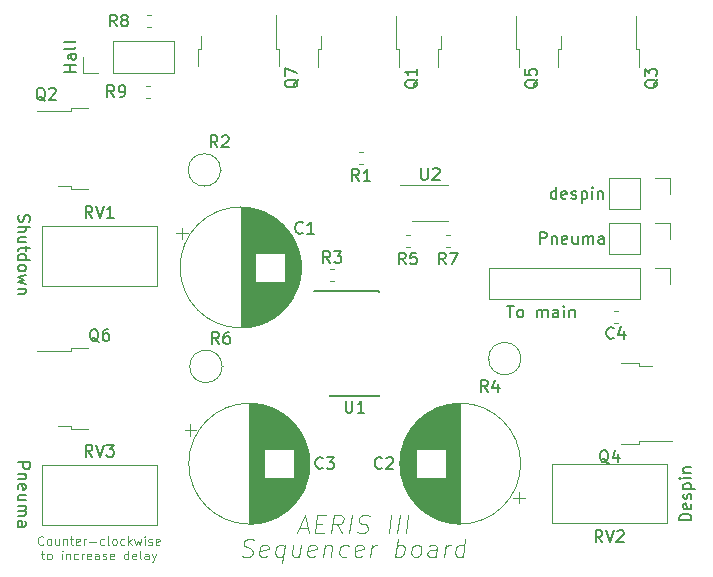
<source format=gto>
G04 #@! TF.GenerationSoftware,KiCad,Pcbnew,(5.1.0)-1*
G04 #@! TF.CreationDate,2019-07-03T00:11:45+02:00*
G04 #@! TF.ProjectId,Sequencer_board,53657175-656e-4636-9572-5f626f617264,V0-1*
G04 #@! TF.SameCoordinates,Original*
G04 #@! TF.FileFunction,Legend,Top*
G04 #@! TF.FilePolarity,Positive*
%FSLAX46Y46*%
G04 Gerber Fmt 4.6, Leading zero omitted, Abs format (unit mm)*
G04 Created by KiCad (PCBNEW (5.1.0)-1) date 2019-07-03 00:11:45*
%MOMM*%
%LPD*%
G04 APERTURE LIST*
%ADD10C,0.100000*%
%ADD11C,0.150000*%
%ADD12C,0.120000*%
G04 APERTURE END LIST*
D10*
X53647371Y-137628157D02*
X53611657Y-137663871D01*
X53504514Y-137699585D01*
X53433085Y-137699585D01*
X53325942Y-137663871D01*
X53254514Y-137592442D01*
X53218799Y-137521014D01*
X53183085Y-137378157D01*
X53183085Y-137271014D01*
X53218799Y-137128157D01*
X53254514Y-137056728D01*
X53325942Y-136985300D01*
X53433085Y-136949585D01*
X53504514Y-136949585D01*
X53611657Y-136985300D01*
X53647371Y-137021014D01*
X54075942Y-137699585D02*
X54004514Y-137663871D01*
X53968799Y-137628157D01*
X53933085Y-137556728D01*
X53933085Y-137342442D01*
X53968799Y-137271014D01*
X54004514Y-137235300D01*
X54075942Y-137199585D01*
X54183085Y-137199585D01*
X54254514Y-137235300D01*
X54290228Y-137271014D01*
X54325942Y-137342442D01*
X54325942Y-137556728D01*
X54290228Y-137628157D01*
X54254514Y-137663871D01*
X54183085Y-137699585D01*
X54075942Y-137699585D01*
X54968799Y-137199585D02*
X54968799Y-137699585D01*
X54647371Y-137199585D02*
X54647371Y-137592442D01*
X54683085Y-137663871D01*
X54754514Y-137699585D01*
X54861657Y-137699585D01*
X54933085Y-137663871D01*
X54968799Y-137628157D01*
X55325942Y-137199585D02*
X55325942Y-137699585D01*
X55325942Y-137271014D02*
X55361657Y-137235300D01*
X55433085Y-137199585D01*
X55540228Y-137199585D01*
X55611657Y-137235300D01*
X55647371Y-137306728D01*
X55647371Y-137699585D01*
X55897371Y-137199585D02*
X56183085Y-137199585D01*
X56004514Y-136949585D02*
X56004514Y-137592442D01*
X56040228Y-137663871D01*
X56111657Y-137699585D01*
X56183085Y-137699585D01*
X56718800Y-137663871D02*
X56647371Y-137699585D01*
X56504514Y-137699585D01*
X56433085Y-137663871D01*
X56397371Y-137592442D01*
X56397371Y-137306728D01*
X56433085Y-137235300D01*
X56504514Y-137199585D01*
X56647371Y-137199585D01*
X56718800Y-137235300D01*
X56754514Y-137306728D01*
X56754514Y-137378157D01*
X56397371Y-137449585D01*
X57075942Y-137699585D02*
X57075942Y-137199585D01*
X57075942Y-137342442D02*
X57111657Y-137271014D01*
X57147371Y-137235300D01*
X57218799Y-137199585D01*
X57290228Y-137199585D01*
X57540228Y-137413871D02*
X58111657Y-137413871D01*
X58790228Y-137663871D02*
X58718799Y-137699585D01*
X58575942Y-137699585D01*
X58504514Y-137663871D01*
X58468799Y-137628157D01*
X58433085Y-137556728D01*
X58433085Y-137342442D01*
X58468799Y-137271014D01*
X58504514Y-137235300D01*
X58575942Y-137199585D01*
X58718799Y-137199585D01*
X58790228Y-137235300D01*
X59218799Y-137699585D02*
X59147371Y-137663871D01*
X59111657Y-137592442D01*
X59111657Y-136949585D01*
X59611657Y-137699585D02*
X59540228Y-137663871D01*
X59504514Y-137628157D01*
X59468799Y-137556728D01*
X59468799Y-137342442D01*
X59504514Y-137271014D01*
X59540228Y-137235300D01*
X59611657Y-137199585D01*
X59718799Y-137199585D01*
X59790228Y-137235300D01*
X59825942Y-137271014D01*
X59861657Y-137342442D01*
X59861657Y-137556728D01*
X59825942Y-137628157D01*
X59790228Y-137663871D01*
X59718799Y-137699585D01*
X59611657Y-137699585D01*
X60504514Y-137663871D02*
X60433085Y-137699585D01*
X60290228Y-137699585D01*
X60218799Y-137663871D01*
X60183085Y-137628157D01*
X60147371Y-137556728D01*
X60147371Y-137342442D01*
X60183085Y-137271014D01*
X60218799Y-137235300D01*
X60290228Y-137199585D01*
X60433085Y-137199585D01*
X60504514Y-137235300D01*
X60825942Y-137699585D02*
X60825942Y-136949585D01*
X60897371Y-137413871D02*
X61111657Y-137699585D01*
X61111657Y-137199585D02*
X60825942Y-137485300D01*
X61361657Y-137199585D02*
X61504514Y-137699585D01*
X61647371Y-137342442D01*
X61790228Y-137699585D01*
X61933085Y-137199585D01*
X62218800Y-137699585D02*
X62218800Y-137199585D01*
X62218800Y-136949585D02*
X62183085Y-136985300D01*
X62218800Y-137021014D01*
X62254514Y-136985300D01*
X62218800Y-136949585D01*
X62218800Y-137021014D01*
X62540228Y-137663871D02*
X62611657Y-137699585D01*
X62754514Y-137699585D01*
X62825942Y-137663871D01*
X62861657Y-137592442D01*
X62861657Y-137556728D01*
X62825942Y-137485300D01*
X62754514Y-137449585D01*
X62647371Y-137449585D01*
X62575942Y-137413871D01*
X62540228Y-137342442D01*
X62540228Y-137306728D01*
X62575942Y-137235300D01*
X62647371Y-137199585D01*
X62754514Y-137199585D01*
X62825942Y-137235300D01*
X63468799Y-137663871D02*
X63397371Y-137699585D01*
X63254514Y-137699585D01*
X63183085Y-137663871D01*
X63147371Y-137592442D01*
X63147371Y-137306728D01*
X63183085Y-137235300D01*
X63254514Y-137199585D01*
X63397371Y-137199585D01*
X63468799Y-137235300D01*
X63504514Y-137306728D01*
X63504514Y-137378157D01*
X63147371Y-137449585D01*
X53450942Y-138424585D02*
X53736657Y-138424585D01*
X53558085Y-138174585D02*
X53558085Y-138817442D01*
X53593800Y-138888871D01*
X53665228Y-138924585D01*
X53736657Y-138924585D01*
X54093800Y-138924585D02*
X54022371Y-138888871D01*
X53986657Y-138853157D01*
X53950942Y-138781728D01*
X53950942Y-138567442D01*
X53986657Y-138496014D01*
X54022371Y-138460300D01*
X54093800Y-138424585D01*
X54200942Y-138424585D01*
X54272371Y-138460300D01*
X54308085Y-138496014D01*
X54343800Y-138567442D01*
X54343800Y-138781728D01*
X54308085Y-138853157D01*
X54272371Y-138888871D01*
X54200942Y-138924585D01*
X54093800Y-138924585D01*
X55236657Y-138924585D02*
X55236657Y-138424585D01*
X55236657Y-138174585D02*
X55200942Y-138210300D01*
X55236657Y-138246014D01*
X55272371Y-138210300D01*
X55236657Y-138174585D01*
X55236657Y-138246014D01*
X55593800Y-138424585D02*
X55593800Y-138924585D01*
X55593800Y-138496014D02*
X55629514Y-138460300D01*
X55700942Y-138424585D01*
X55808085Y-138424585D01*
X55879514Y-138460300D01*
X55915228Y-138531728D01*
X55915228Y-138924585D01*
X56593800Y-138888871D02*
X56522371Y-138924585D01*
X56379514Y-138924585D01*
X56308085Y-138888871D01*
X56272371Y-138853157D01*
X56236657Y-138781728D01*
X56236657Y-138567442D01*
X56272371Y-138496014D01*
X56308085Y-138460300D01*
X56379514Y-138424585D01*
X56522371Y-138424585D01*
X56593800Y-138460300D01*
X56915228Y-138924585D02*
X56915228Y-138424585D01*
X56915228Y-138567442D02*
X56950942Y-138496014D01*
X56986657Y-138460300D01*
X57058085Y-138424585D01*
X57129514Y-138424585D01*
X57665228Y-138888871D02*
X57593800Y-138924585D01*
X57450942Y-138924585D01*
X57379514Y-138888871D01*
X57343800Y-138817442D01*
X57343800Y-138531728D01*
X57379514Y-138460300D01*
X57450942Y-138424585D01*
X57593800Y-138424585D01*
X57665228Y-138460300D01*
X57700942Y-138531728D01*
X57700942Y-138603157D01*
X57343800Y-138674585D01*
X58343800Y-138924585D02*
X58343800Y-138531728D01*
X58308085Y-138460300D01*
X58236657Y-138424585D01*
X58093800Y-138424585D01*
X58022371Y-138460300D01*
X58343800Y-138888871D02*
X58272371Y-138924585D01*
X58093800Y-138924585D01*
X58022371Y-138888871D01*
X57986657Y-138817442D01*
X57986657Y-138746014D01*
X58022371Y-138674585D01*
X58093800Y-138638871D01*
X58272371Y-138638871D01*
X58343800Y-138603157D01*
X58665228Y-138888871D02*
X58736657Y-138924585D01*
X58879514Y-138924585D01*
X58950942Y-138888871D01*
X58986657Y-138817442D01*
X58986657Y-138781728D01*
X58950942Y-138710300D01*
X58879514Y-138674585D01*
X58772371Y-138674585D01*
X58700942Y-138638871D01*
X58665228Y-138567442D01*
X58665228Y-138531728D01*
X58700942Y-138460300D01*
X58772371Y-138424585D01*
X58879514Y-138424585D01*
X58950942Y-138460300D01*
X59593800Y-138888871D02*
X59522371Y-138924585D01*
X59379514Y-138924585D01*
X59308085Y-138888871D01*
X59272371Y-138817442D01*
X59272371Y-138531728D01*
X59308085Y-138460300D01*
X59379514Y-138424585D01*
X59522371Y-138424585D01*
X59593800Y-138460300D01*
X59629514Y-138531728D01*
X59629514Y-138603157D01*
X59272371Y-138674585D01*
X60843800Y-138924585D02*
X60843800Y-138174585D01*
X60843800Y-138888871D02*
X60772371Y-138924585D01*
X60629514Y-138924585D01*
X60558085Y-138888871D01*
X60522371Y-138853157D01*
X60486657Y-138781728D01*
X60486657Y-138567442D01*
X60522371Y-138496014D01*
X60558085Y-138460300D01*
X60629514Y-138424585D01*
X60772371Y-138424585D01*
X60843800Y-138460300D01*
X61486657Y-138888871D02*
X61415228Y-138924585D01*
X61272371Y-138924585D01*
X61200942Y-138888871D01*
X61165228Y-138817442D01*
X61165228Y-138531728D01*
X61200942Y-138460300D01*
X61272371Y-138424585D01*
X61415228Y-138424585D01*
X61486657Y-138460300D01*
X61522371Y-138531728D01*
X61522371Y-138603157D01*
X61165228Y-138674585D01*
X61950942Y-138924585D02*
X61879514Y-138888871D01*
X61843800Y-138817442D01*
X61843800Y-138174585D01*
X62558085Y-138924585D02*
X62558085Y-138531728D01*
X62522371Y-138460300D01*
X62450942Y-138424585D01*
X62308085Y-138424585D01*
X62236657Y-138460300D01*
X62558085Y-138888871D02*
X62486657Y-138924585D01*
X62308085Y-138924585D01*
X62236657Y-138888871D01*
X62200942Y-138817442D01*
X62200942Y-138746014D01*
X62236657Y-138674585D01*
X62308085Y-138638871D01*
X62486657Y-138638871D01*
X62558085Y-138603157D01*
X62843800Y-138424585D02*
X63022371Y-138924585D01*
X63200942Y-138424585D02*
X63022371Y-138924585D01*
X62950942Y-139103157D01*
X62915228Y-139138871D01*
X62843800Y-139174585D01*
D11*
X108503980Y-135613495D02*
X107503980Y-135613495D01*
X107503980Y-135375400D01*
X107551600Y-135232542D01*
X107646838Y-135137304D01*
X107742076Y-135089685D01*
X107932552Y-135042066D01*
X108075409Y-135042066D01*
X108265885Y-135089685D01*
X108361123Y-135137304D01*
X108456361Y-135232542D01*
X108503980Y-135375400D01*
X108503980Y-135613495D01*
X108456361Y-134232542D02*
X108503980Y-134327780D01*
X108503980Y-134518257D01*
X108456361Y-134613495D01*
X108361123Y-134661114D01*
X107980171Y-134661114D01*
X107884933Y-134613495D01*
X107837314Y-134518257D01*
X107837314Y-134327780D01*
X107884933Y-134232542D01*
X107980171Y-134184923D01*
X108075409Y-134184923D01*
X108170647Y-134661114D01*
X108456361Y-133803971D02*
X108503980Y-133708733D01*
X108503980Y-133518257D01*
X108456361Y-133423019D01*
X108361123Y-133375400D01*
X108313504Y-133375400D01*
X108218266Y-133423019D01*
X108170647Y-133518257D01*
X108170647Y-133661114D01*
X108123028Y-133756352D01*
X108027790Y-133803971D01*
X107980171Y-133803971D01*
X107884933Y-133756352D01*
X107837314Y-133661114D01*
X107837314Y-133518257D01*
X107884933Y-133423019D01*
X107837314Y-132946828D02*
X108837314Y-132946828D01*
X107884933Y-132946828D02*
X107837314Y-132851590D01*
X107837314Y-132661114D01*
X107884933Y-132565876D01*
X107932552Y-132518257D01*
X108027790Y-132470638D01*
X108313504Y-132470638D01*
X108408742Y-132518257D01*
X108456361Y-132565876D01*
X108503980Y-132661114D01*
X108503980Y-132851590D01*
X108456361Y-132946828D01*
X108503980Y-132042066D02*
X107837314Y-132042066D01*
X107503980Y-132042066D02*
X107551600Y-132089685D01*
X107599219Y-132042066D01*
X107551600Y-131994447D01*
X107503980Y-132042066D01*
X107599219Y-132042066D01*
X107837314Y-131565876D02*
X108503980Y-131565876D01*
X107932552Y-131565876D02*
X107884933Y-131518257D01*
X107837314Y-131423019D01*
X107837314Y-131280161D01*
X107884933Y-131184923D01*
X107980171Y-131137304D01*
X108503980Y-131137304D01*
X51490619Y-130711914D02*
X52490619Y-130711914D01*
X52490619Y-131092866D01*
X52443000Y-131188104D01*
X52395380Y-131235723D01*
X52300142Y-131283342D01*
X52157285Y-131283342D01*
X52062047Y-131235723D01*
X52014428Y-131188104D01*
X51966809Y-131092866D01*
X51966809Y-130711914D01*
X52157285Y-131711914D02*
X51490619Y-131711914D01*
X52062047Y-131711914D02*
X52109666Y-131759533D01*
X52157285Y-131854771D01*
X52157285Y-131997628D01*
X52109666Y-132092866D01*
X52014428Y-132140485D01*
X51490619Y-132140485D01*
X51538238Y-132997628D02*
X51490619Y-132902390D01*
X51490619Y-132711914D01*
X51538238Y-132616676D01*
X51633476Y-132569057D01*
X52014428Y-132569057D01*
X52109666Y-132616676D01*
X52157285Y-132711914D01*
X52157285Y-132902390D01*
X52109666Y-132997628D01*
X52014428Y-133045247D01*
X51919190Y-133045247D01*
X51823952Y-132569057D01*
X52157285Y-133902390D02*
X51490619Y-133902390D01*
X52157285Y-133473819D02*
X51633476Y-133473819D01*
X51538238Y-133521438D01*
X51490619Y-133616676D01*
X51490619Y-133759533D01*
X51538238Y-133854771D01*
X51585857Y-133902390D01*
X51490619Y-134378580D02*
X52157285Y-134378580D01*
X52062047Y-134378580D02*
X52109666Y-134426200D01*
X52157285Y-134521438D01*
X52157285Y-134664295D01*
X52109666Y-134759533D01*
X52014428Y-134807152D01*
X51490619Y-134807152D01*
X52014428Y-134807152D02*
X52109666Y-134854771D01*
X52157285Y-134950009D01*
X52157285Y-135092866D01*
X52109666Y-135188104D01*
X52014428Y-135235723D01*
X51490619Y-135235723D01*
X51490619Y-136140485D02*
X52014428Y-136140485D01*
X52109666Y-136092866D01*
X52157285Y-135997628D01*
X52157285Y-135807152D01*
X52109666Y-135711914D01*
X51538238Y-136140485D02*
X51490619Y-136045247D01*
X51490619Y-135807152D01*
X51538238Y-135711914D01*
X51633476Y-135664295D01*
X51728714Y-135664295D01*
X51823952Y-135711914D01*
X51871571Y-135807152D01*
X51871571Y-136045247D01*
X51919190Y-136140485D01*
X51563638Y-109749057D02*
X51516019Y-109891914D01*
X51516019Y-110130009D01*
X51563638Y-110225247D01*
X51611257Y-110272866D01*
X51706495Y-110320485D01*
X51801733Y-110320485D01*
X51896971Y-110272866D01*
X51944590Y-110225247D01*
X51992209Y-110130009D01*
X52039828Y-109939533D01*
X52087447Y-109844295D01*
X52135066Y-109796676D01*
X52230304Y-109749057D01*
X52325542Y-109749057D01*
X52420780Y-109796676D01*
X52468400Y-109844295D01*
X52516019Y-109939533D01*
X52516019Y-110177628D01*
X52468400Y-110320485D01*
X51516019Y-110749057D02*
X52516019Y-110749057D01*
X51516019Y-111177628D02*
X52039828Y-111177628D01*
X52135066Y-111130009D01*
X52182685Y-111034771D01*
X52182685Y-110891914D01*
X52135066Y-110796676D01*
X52087447Y-110749057D01*
X52182685Y-112082390D02*
X51516019Y-112082390D01*
X52182685Y-111653819D02*
X51658876Y-111653819D01*
X51563638Y-111701438D01*
X51516019Y-111796676D01*
X51516019Y-111939533D01*
X51563638Y-112034771D01*
X51611257Y-112082390D01*
X52182685Y-112415723D02*
X52182685Y-112796676D01*
X52516019Y-112558580D02*
X51658876Y-112558580D01*
X51563638Y-112606200D01*
X51516019Y-112701438D01*
X51516019Y-112796676D01*
X51516019Y-113558580D02*
X52516019Y-113558580D01*
X51563638Y-113558580D02*
X51516019Y-113463342D01*
X51516019Y-113272866D01*
X51563638Y-113177628D01*
X51611257Y-113130009D01*
X51706495Y-113082390D01*
X51992209Y-113082390D01*
X52087447Y-113130009D01*
X52135066Y-113177628D01*
X52182685Y-113272866D01*
X52182685Y-113463342D01*
X52135066Y-113558580D01*
X51516019Y-114177628D02*
X51563638Y-114082390D01*
X51611257Y-114034771D01*
X51706495Y-113987152D01*
X51992209Y-113987152D01*
X52087447Y-114034771D01*
X52135066Y-114082390D01*
X52182685Y-114177628D01*
X52182685Y-114320485D01*
X52135066Y-114415723D01*
X52087447Y-114463342D01*
X51992209Y-114510961D01*
X51706495Y-114510961D01*
X51611257Y-114463342D01*
X51563638Y-114415723D01*
X51516019Y-114320485D01*
X51516019Y-114177628D01*
X52182685Y-114844295D02*
X51516019Y-115034771D01*
X51992209Y-115225247D01*
X51516019Y-115415723D01*
X52182685Y-115606200D01*
X52182685Y-115987152D02*
X51516019Y-115987152D01*
X52087447Y-115987152D02*
X52135066Y-116034771D01*
X52182685Y-116130009D01*
X52182685Y-116272866D01*
X52135066Y-116368104D01*
X52039828Y-116415723D01*
X51516019Y-116415723D01*
D10*
X70469142Y-138616857D02*
X70677785Y-138689428D01*
X71040642Y-138689428D01*
X71194857Y-138616857D01*
X71276500Y-138544285D01*
X71367214Y-138399142D01*
X71385357Y-138254000D01*
X71330928Y-138108857D01*
X71267428Y-138036285D01*
X71131357Y-137963714D01*
X70850142Y-137891142D01*
X70714071Y-137818571D01*
X70650571Y-137746000D01*
X70596142Y-137600857D01*
X70614285Y-137455714D01*
X70705000Y-137310571D01*
X70786642Y-137238000D01*
X70940857Y-137165428D01*
X71303714Y-137165428D01*
X71512357Y-137238000D01*
X72573714Y-138616857D02*
X72419500Y-138689428D01*
X72129214Y-138689428D01*
X71993142Y-138616857D01*
X71938714Y-138471714D01*
X72011285Y-137891142D01*
X72102000Y-137746000D01*
X72256214Y-137673428D01*
X72546500Y-137673428D01*
X72682571Y-137746000D01*
X72737000Y-137891142D01*
X72718857Y-138036285D01*
X71975000Y-138181428D01*
X74070500Y-137673428D02*
X73880000Y-139197428D01*
X73952571Y-138616857D02*
X73798357Y-138689428D01*
X73508071Y-138689428D01*
X73372000Y-138616857D01*
X73308500Y-138544285D01*
X73254071Y-138399142D01*
X73308500Y-137963714D01*
X73399214Y-137818571D01*
X73480857Y-137746000D01*
X73635071Y-137673428D01*
X73925357Y-137673428D01*
X74061428Y-137746000D01*
X75449357Y-137673428D02*
X75322357Y-138689428D01*
X74796214Y-137673428D02*
X74696428Y-138471714D01*
X74750857Y-138616857D01*
X74886928Y-138689428D01*
X75104642Y-138689428D01*
X75258857Y-138616857D01*
X75340500Y-138544285D01*
X76637714Y-138616857D02*
X76483500Y-138689428D01*
X76193214Y-138689428D01*
X76057142Y-138616857D01*
X76002714Y-138471714D01*
X76075285Y-137891142D01*
X76166000Y-137746000D01*
X76320214Y-137673428D01*
X76610500Y-137673428D01*
X76746571Y-137746000D01*
X76801000Y-137891142D01*
X76782857Y-138036285D01*
X76039000Y-138181428D01*
X77481357Y-137673428D02*
X77354357Y-138689428D01*
X77463214Y-137818571D02*
X77544857Y-137746000D01*
X77699071Y-137673428D01*
X77916785Y-137673428D01*
X78052857Y-137746000D01*
X78107285Y-137891142D01*
X78007500Y-138689428D01*
X79395428Y-138616857D02*
X79241214Y-138689428D01*
X78950928Y-138689428D01*
X78814857Y-138616857D01*
X78751357Y-138544285D01*
X78696928Y-138399142D01*
X78751357Y-137963714D01*
X78842071Y-137818571D01*
X78923714Y-137746000D01*
X79077928Y-137673428D01*
X79368214Y-137673428D01*
X79504285Y-137746000D01*
X80629142Y-138616857D02*
X80474928Y-138689428D01*
X80184642Y-138689428D01*
X80048571Y-138616857D01*
X79994142Y-138471714D01*
X80066714Y-137891142D01*
X80157428Y-137746000D01*
X80311642Y-137673428D01*
X80601928Y-137673428D01*
X80738000Y-137746000D01*
X80792428Y-137891142D01*
X80774285Y-138036285D01*
X80030428Y-138181428D01*
X81345785Y-138689428D02*
X81472785Y-137673428D01*
X81436500Y-137963714D02*
X81527214Y-137818571D01*
X81608857Y-137746000D01*
X81763071Y-137673428D01*
X81908214Y-137673428D01*
X83450357Y-138689428D02*
X83640857Y-137165428D01*
X83568285Y-137746000D02*
X83722500Y-137673428D01*
X84012785Y-137673428D01*
X84148857Y-137746000D01*
X84212357Y-137818571D01*
X84266785Y-137963714D01*
X84212357Y-138399142D01*
X84121642Y-138544285D01*
X84040000Y-138616857D01*
X83885785Y-138689428D01*
X83595500Y-138689428D01*
X83459428Y-138616857D01*
X85046928Y-138689428D02*
X84910857Y-138616857D01*
X84847357Y-138544285D01*
X84792928Y-138399142D01*
X84847357Y-137963714D01*
X84938071Y-137818571D01*
X85019714Y-137746000D01*
X85173928Y-137673428D01*
X85391642Y-137673428D01*
X85527714Y-137746000D01*
X85591214Y-137818571D01*
X85645642Y-137963714D01*
X85591214Y-138399142D01*
X85500500Y-138544285D01*
X85418857Y-138616857D01*
X85264642Y-138689428D01*
X85046928Y-138689428D01*
X86861214Y-138689428D02*
X86961000Y-137891142D01*
X86906571Y-137746000D01*
X86770500Y-137673428D01*
X86480214Y-137673428D01*
X86326000Y-137746000D01*
X86870285Y-138616857D02*
X86716071Y-138689428D01*
X86353214Y-138689428D01*
X86217142Y-138616857D01*
X86162714Y-138471714D01*
X86180857Y-138326571D01*
X86271571Y-138181428D01*
X86425785Y-138108857D01*
X86788642Y-138108857D01*
X86942857Y-138036285D01*
X87586928Y-138689428D02*
X87713928Y-137673428D01*
X87677642Y-137963714D02*
X87768357Y-137818571D01*
X87850000Y-137746000D01*
X88004214Y-137673428D01*
X88149357Y-137673428D01*
X89183500Y-138689428D02*
X89374000Y-137165428D01*
X89192571Y-138616857D02*
X89038357Y-138689428D01*
X88748071Y-138689428D01*
X88612000Y-138616857D01*
X88548500Y-138544285D01*
X88494071Y-138399142D01*
X88548499Y-137963714D01*
X88639214Y-137818571D01*
X88720857Y-137746000D01*
X88875071Y-137673428D01*
X89165357Y-137673428D01*
X89301428Y-137746000D01*
X75340500Y-136254000D02*
X76066214Y-136254000D01*
X75140928Y-136689428D02*
X75839428Y-135165428D01*
X76156928Y-136689428D01*
X76764714Y-135891142D02*
X77272714Y-135891142D01*
X77390642Y-136689428D02*
X76664928Y-136689428D01*
X76855428Y-135165428D01*
X77581142Y-135165428D01*
X78914642Y-136689428D02*
X78497357Y-135963714D01*
X78043785Y-136689428D02*
X78234285Y-135165428D01*
X78814857Y-135165428D01*
X78950928Y-135238000D01*
X79014428Y-135310571D01*
X79068857Y-135455714D01*
X79041642Y-135673428D01*
X78950928Y-135818571D01*
X78869285Y-135891142D01*
X78715071Y-135963714D01*
X78134500Y-135963714D01*
X79567785Y-136689428D02*
X79758285Y-135165428D01*
X80230000Y-136616857D02*
X80438642Y-136689428D01*
X80801500Y-136689428D01*
X80955714Y-136616857D01*
X81037357Y-136544285D01*
X81128071Y-136399142D01*
X81146214Y-136254000D01*
X81091785Y-136108857D01*
X81028285Y-136036285D01*
X80892214Y-135963714D01*
X80611000Y-135891142D01*
X80474928Y-135818571D01*
X80411428Y-135746000D01*
X80357000Y-135600857D01*
X80375142Y-135455714D01*
X80465857Y-135310571D01*
X80547500Y-135238000D01*
X80701714Y-135165428D01*
X81064571Y-135165428D01*
X81273214Y-135238000D01*
X82906071Y-136689428D02*
X83096571Y-135165428D01*
X83631785Y-136689428D02*
X83822285Y-135165428D01*
X84357500Y-136689428D02*
X84548000Y-135165428D01*
D12*
X62672179Y-98854800D02*
X62346621Y-98854800D01*
X62672179Y-99874800D02*
X62346621Y-99874800D01*
X67000200Y-95683800D02*
X67000200Y-94583800D01*
X66730200Y-95683800D02*
X67000200Y-95683800D01*
X66730200Y-97183800D02*
X66730200Y-95683800D01*
X73360200Y-95683800D02*
X73360200Y-92853800D01*
X73630200Y-95683800D02*
X73360200Y-95683800D01*
X73630200Y-97183800D02*
X73630200Y-95683800D01*
X62748379Y-92809600D02*
X62422821Y-92809600D01*
X62748379Y-93829600D02*
X62422821Y-93829600D01*
X56963000Y-97697600D02*
X56963000Y-96367600D01*
X58293000Y-97697600D02*
X56963000Y-97697600D01*
X59563000Y-97697600D02*
X59563000Y-95037600D01*
X59563000Y-95037600D02*
X64703000Y-95037600D01*
X59563000Y-97697600D02*
X64703000Y-97697600D01*
X64703000Y-97697600D02*
X64703000Y-95037600D01*
X102270779Y-117854000D02*
X101945221Y-117854000D01*
X102270779Y-118874000D02*
X101945221Y-118874000D01*
X65363754Y-110823400D02*
X65363754Y-111823400D01*
X64863754Y-111323400D02*
X65863754Y-111323400D01*
X75424400Y-113599400D02*
X75424400Y-114797400D01*
X75384400Y-113336400D02*
X75384400Y-115060400D01*
X75344400Y-113136400D02*
X75344400Y-115260400D01*
X75304400Y-112968400D02*
X75304400Y-115428400D01*
X75264400Y-112820400D02*
X75264400Y-115576400D01*
X75224400Y-112688400D02*
X75224400Y-115708400D01*
X75184400Y-112568400D02*
X75184400Y-115828400D01*
X75144400Y-112456400D02*
X75144400Y-115940400D01*
X75104400Y-112352400D02*
X75104400Y-116044400D01*
X75064400Y-112254400D02*
X75064400Y-116142400D01*
X75024400Y-112161400D02*
X75024400Y-116235400D01*
X74984400Y-112073400D02*
X74984400Y-116323400D01*
X74944400Y-111989400D02*
X74944400Y-116407400D01*
X74904400Y-111909400D02*
X74904400Y-116487400D01*
X74864400Y-111833400D02*
X74864400Y-116563400D01*
X74824400Y-111759400D02*
X74824400Y-116637400D01*
X74784400Y-111688400D02*
X74784400Y-116708400D01*
X74744400Y-111619400D02*
X74744400Y-116777400D01*
X74704400Y-111553400D02*
X74704400Y-116843400D01*
X74664400Y-111489400D02*
X74664400Y-116907400D01*
X74624400Y-111428400D02*
X74624400Y-116968400D01*
X74584400Y-111368400D02*
X74584400Y-117028400D01*
X74544400Y-111309400D02*
X74544400Y-117087400D01*
X74504400Y-111253400D02*
X74504400Y-117143400D01*
X74464400Y-111198400D02*
X74464400Y-117198400D01*
X74424400Y-111144400D02*
X74424400Y-117252400D01*
X74384400Y-111092400D02*
X74384400Y-117304400D01*
X74344400Y-111042400D02*
X74344400Y-117354400D01*
X74304400Y-110992400D02*
X74304400Y-117404400D01*
X74264400Y-110944400D02*
X74264400Y-117452400D01*
X74224400Y-110897400D02*
X74224400Y-117499400D01*
X74184400Y-110851400D02*
X74184400Y-117545400D01*
X74144400Y-110806400D02*
X74144400Y-117590400D01*
X74104400Y-110762400D02*
X74104400Y-117634400D01*
X74064400Y-115439400D02*
X74064400Y-117676400D01*
X74064400Y-110720400D02*
X74064400Y-112957400D01*
X74024400Y-115439400D02*
X74024400Y-117718400D01*
X74024400Y-110678400D02*
X74024400Y-112957400D01*
X73984400Y-115439400D02*
X73984400Y-117759400D01*
X73984400Y-110637400D02*
X73984400Y-112957400D01*
X73944400Y-115439400D02*
X73944400Y-117799400D01*
X73944400Y-110597400D02*
X73944400Y-112957400D01*
X73904400Y-115439400D02*
X73904400Y-117838400D01*
X73904400Y-110558400D02*
X73904400Y-112957400D01*
X73864400Y-115439400D02*
X73864400Y-117877400D01*
X73864400Y-110519400D02*
X73864400Y-112957400D01*
X73824400Y-115439400D02*
X73824400Y-117914400D01*
X73824400Y-110482400D02*
X73824400Y-112957400D01*
X73784400Y-115439400D02*
X73784400Y-117951400D01*
X73784400Y-110445400D02*
X73784400Y-112957400D01*
X73744400Y-115439400D02*
X73744400Y-117987400D01*
X73744400Y-110409400D02*
X73744400Y-112957400D01*
X73704400Y-115439400D02*
X73704400Y-118022400D01*
X73704400Y-110374400D02*
X73704400Y-112957400D01*
X73664400Y-115439400D02*
X73664400Y-118056400D01*
X73664400Y-110340400D02*
X73664400Y-112957400D01*
X73624400Y-115439400D02*
X73624400Y-118090400D01*
X73624400Y-110306400D02*
X73624400Y-112957400D01*
X73584400Y-115439400D02*
X73584400Y-118123400D01*
X73584400Y-110273400D02*
X73584400Y-112957400D01*
X73544400Y-115439400D02*
X73544400Y-118155400D01*
X73544400Y-110241400D02*
X73544400Y-112957400D01*
X73504400Y-115439400D02*
X73504400Y-118187400D01*
X73504400Y-110209400D02*
X73504400Y-112957400D01*
X73464400Y-115439400D02*
X73464400Y-118218400D01*
X73464400Y-110178400D02*
X73464400Y-112957400D01*
X73424400Y-115439400D02*
X73424400Y-118248400D01*
X73424400Y-110148400D02*
X73424400Y-112957400D01*
X73384400Y-115439400D02*
X73384400Y-118278400D01*
X73384400Y-110118400D02*
X73384400Y-112957400D01*
X73344400Y-115439400D02*
X73344400Y-118308400D01*
X73344400Y-110088400D02*
X73344400Y-112957400D01*
X73304400Y-115439400D02*
X73304400Y-118336400D01*
X73304400Y-110060400D02*
X73304400Y-112957400D01*
X73264400Y-115439400D02*
X73264400Y-118364400D01*
X73264400Y-110032400D02*
X73264400Y-112957400D01*
X73224400Y-115439400D02*
X73224400Y-118392400D01*
X73224400Y-110004400D02*
X73224400Y-112957400D01*
X73184400Y-115439400D02*
X73184400Y-118419400D01*
X73184400Y-109977400D02*
X73184400Y-112957400D01*
X73144400Y-115439400D02*
X73144400Y-118445400D01*
X73144400Y-109951400D02*
X73144400Y-112957400D01*
X73104400Y-115439400D02*
X73104400Y-118471400D01*
X73104400Y-109925400D02*
X73104400Y-112957400D01*
X73064400Y-115439400D02*
X73064400Y-118496400D01*
X73064400Y-109900400D02*
X73064400Y-112957400D01*
X73024400Y-115439400D02*
X73024400Y-118521400D01*
X73024400Y-109875400D02*
X73024400Y-112957400D01*
X72984400Y-115439400D02*
X72984400Y-118545400D01*
X72984400Y-109851400D02*
X72984400Y-112957400D01*
X72944400Y-115439400D02*
X72944400Y-118569400D01*
X72944400Y-109827400D02*
X72944400Y-112957400D01*
X72904400Y-115439400D02*
X72904400Y-118593400D01*
X72904400Y-109803400D02*
X72904400Y-112957400D01*
X72864400Y-115439400D02*
X72864400Y-118615400D01*
X72864400Y-109781400D02*
X72864400Y-112957400D01*
X72824400Y-115439400D02*
X72824400Y-118638400D01*
X72824400Y-109758400D02*
X72824400Y-112957400D01*
X72784400Y-115439400D02*
X72784400Y-118660400D01*
X72784400Y-109736400D02*
X72784400Y-112957400D01*
X72744400Y-115439400D02*
X72744400Y-118681400D01*
X72744400Y-109715400D02*
X72744400Y-112957400D01*
X72704400Y-115439400D02*
X72704400Y-118702400D01*
X72704400Y-109694400D02*
X72704400Y-112957400D01*
X72664400Y-115439400D02*
X72664400Y-118723400D01*
X72664400Y-109673400D02*
X72664400Y-112957400D01*
X72624400Y-115439400D02*
X72624400Y-118743400D01*
X72624400Y-109653400D02*
X72624400Y-112957400D01*
X72584400Y-115439400D02*
X72584400Y-118762400D01*
X72584400Y-109634400D02*
X72584400Y-112957400D01*
X72544400Y-115439400D02*
X72544400Y-118782400D01*
X72544400Y-109614400D02*
X72544400Y-112957400D01*
X72504400Y-115439400D02*
X72504400Y-118801400D01*
X72504400Y-109595400D02*
X72504400Y-112957400D01*
X72464400Y-115439400D02*
X72464400Y-118819400D01*
X72464400Y-109577400D02*
X72464400Y-112957400D01*
X72424400Y-115439400D02*
X72424400Y-118837400D01*
X72424400Y-109559400D02*
X72424400Y-112957400D01*
X72384400Y-115439400D02*
X72384400Y-118855400D01*
X72384400Y-109541400D02*
X72384400Y-112957400D01*
X72344400Y-115439400D02*
X72344400Y-118872400D01*
X72344400Y-109524400D02*
X72344400Y-112957400D01*
X72304400Y-115439400D02*
X72304400Y-118888400D01*
X72304400Y-109508400D02*
X72304400Y-112957400D01*
X72264400Y-115439400D02*
X72264400Y-118905400D01*
X72264400Y-109491400D02*
X72264400Y-112957400D01*
X72224400Y-115439400D02*
X72224400Y-118921400D01*
X72224400Y-109475400D02*
X72224400Y-112957400D01*
X72184400Y-115439400D02*
X72184400Y-118936400D01*
X72184400Y-109460400D02*
X72184400Y-112957400D01*
X72144400Y-115439400D02*
X72144400Y-118952400D01*
X72144400Y-109444400D02*
X72144400Y-112957400D01*
X72104400Y-115439400D02*
X72104400Y-118966400D01*
X72104400Y-109430400D02*
X72104400Y-112957400D01*
X72064400Y-115439400D02*
X72064400Y-118981400D01*
X72064400Y-109415400D02*
X72064400Y-112957400D01*
X72024400Y-115439400D02*
X72024400Y-118995400D01*
X72024400Y-109401400D02*
X72024400Y-112957400D01*
X71984400Y-115439400D02*
X71984400Y-119009400D01*
X71984400Y-109387400D02*
X71984400Y-112957400D01*
X71944400Y-115439400D02*
X71944400Y-119022400D01*
X71944400Y-109374400D02*
X71944400Y-112957400D01*
X71904400Y-115439400D02*
X71904400Y-119035400D01*
X71904400Y-109361400D02*
X71904400Y-112957400D01*
X71864400Y-115439400D02*
X71864400Y-119048400D01*
X71864400Y-109348400D02*
X71864400Y-112957400D01*
X71824400Y-115439400D02*
X71824400Y-119060400D01*
X71824400Y-109336400D02*
X71824400Y-112957400D01*
X71784400Y-115439400D02*
X71784400Y-119072400D01*
X71784400Y-109324400D02*
X71784400Y-112957400D01*
X71744400Y-115439400D02*
X71744400Y-119083400D01*
X71744400Y-109313400D02*
X71744400Y-112957400D01*
X71704400Y-115439400D02*
X71704400Y-119095400D01*
X71704400Y-109301400D02*
X71704400Y-112957400D01*
X71664400Y-115439400D02*
X71664400Y-119105400D01*
X71664400Y-109291400D02*
X71664400Y-112957400D01*
X71624400Y-115439400D02*
X71624400Y-119116400D01*
X71624400Y-109280400D02*
X71624400Y-112957400D01*
X71584400Y-109270400D02*
X71584400Y-119126400D01*
X71544400Y-109260400D02*
X71544400Y-119136400D01*
X71504400Y-109251400D02*
X71504400Y-119145400D01*
X71464400Y-109242400D02*
X71464400Y-119154400D01*
X71424400Y-109233400D02*
X71424400Y-119163400D01*
X71384400Y-109224400D02*
X71384400Y-119172400D01*
X71344400Y-109216400D02*
X71344400Y-119180400D01*
X71304400Y-109208400D02*
X71304400Y-119188400D01*
X71264400Y-109201400D02*
X71264400Y-119195400D01*
X71224400Y-109194400D02*
X71224400Y-119202400D01*
X71184400Y-109187400D02*
X71184400Y-119209400D01*
X71144400Y-109180400D02*
X71144400Y-119216400D01*
X71104400Y-109174400D02*
X71104400Y-119222400D01*
X71064400Y-109168400D02*
X71064400Y-119228400D01*
X71023400Y-109163400D02*
X71023400Y-119233400D01*
X70983400Y-109158400D02*
X70983400Y-119238400D01*
X70943400Y-109153400D02*
X70943400Y-119243400D01*
X70903400Y-109148400D02*
X70903400Y-119248400D01*
X70863400Y-109144400D02*
X70863400Y-119252400D01*
X70823400Y-109140400D02*
X70823400Y-119256400D01*
X70783400Y-109136400D02*
X70783400Y-119260400D01*
X70743400Y-109133400D02*
X70743400Y-119263400D01*
X70703400Y-109130400D02*
X70703400Y-119266400D01*
X70663400Y-109128400D02*
X70663400Y-119268400D01*
X70623400Y-109125400D02*
X70623400Y-119271400D01*
X70583400Y-109123400D02*
X70583400Y-119273400D01*
X70543400Y-109121400D02*
X70543400Y-119275400D01*
X70503400Y-109120400D02*
X70503400Y-119276400D01*
X70463400Y-109119400D02*
X70463400Y-119277400D01*
X70423400Y-109118400D02*
X70423400Y-119278400D01*
X70383400Y-109118400D02*
X70383400Y-119278400D01*
X70343400Y-109118400D02*
X70343400Y-119278400D01*
X75463400Y-114198400D02*
G75*
G03X75463400Y-114198400I-5120000J0D01*
G01*
X94060000Y-130810000D02*
G75*
G03X94060000Y-130810000I-5120000J0D01*
G01*
X88940000Y-135890000D02*
X88940000Y-125730000D01*
X88900000Y-135890000D02*
X88900000Y-125730000D01*
X88860000Y-135890000D02*
X88860000Y-125730000D01*
X88820000Y-135889000D02*
X88820000Y-125731000D01*
X88780000Y-135888000D02*
X88780000Y-125732000D01*
X88740000Y-135887000D02*
X88740000Y-125733000D01*
X88700000Y-135885000D02*
X88700000Y-125735000D01*
X88660000Y-135883000D02*
X88660000Y-125737000D01*
X88620000Y-135880000D02*
X88620000Y-125740000D01*
X88580000Y-135878000D02*
X88580000Y-125742000D01*
X88540000Y-135875000D02*
X88540000Y-125745000D01*
X88500000Y-135872000D02*
X88500000Y-125748000D01*
X88460000Y-135868000D02*
X88460000Y-125752000D01*
X88420000Y-135864000D02*
X88420000Y-125756000D01*
X88380000Y-135860000D02*
X88380000Y-125760000D01*
X88340000Y-135855000D02*
X88340000Y-125765000D01*
X88300000Y-135850000D02*
X88300000Y-125770000D01*
X88260000Y-135845000D02*
X88260000Y-125775000D01*
X88219000Y-135840000D02*
X88219000Y-125780000D01*
X88179000Y-135834000D02*
X88179000Y-125786000D01*
X88139000Y-135828000D02*
X88139000Y-125792000D01*
X88099000Y-135821000D02*
X88099000Y-125799000D01*
X88059000Y-135814000D02*
X88059000Y-125806000D01*
X88019000Y-135807000D02*
X88019000Y-125813000D01*
X87979000Y-135800000D02*
X87979000Y-125820000D01*
X87939000Y-135792000D02*
X87939000Y-125828000D01*
X87899000Y-135784000D02*
X87899000Y-125836000D01*
X87859000Y-135775000D02*
X87859000Y-125845000D01*
X87819000Y-135766000D02*
X87819000Y-125854000D01*
X87779000Y-135757000D02*
X87779000Y-125863000D01*
X87739000Y-135748000D02*
X87739000Y-125872000D01*
X87699000Y-135738000D02*
X87699000Y-125882000D01*
X87659000Y-135728000D02*
X87659000Y-132051000D01*
X87659000Y-129569000D02*
X87659000Y-125892000D01*
X87619000Y-135717000D02*
X87619000Y-132051000D01*
X87619000Y-129569000D02*
X87619000Y-125903000D01*
X87579000Y-135707000D02*
X87579000Y-132051000D01*
X87579000Y-129569000D02*
X87579000Y-125913000D01*
X87539000Y-135695000D02*
X87539000Y-132051000D01*
X87539000Y-129569000D02*
X87539000Y-125925000D01*
X87499000Y-135684000D02*
X87499000Y-132051000D01*
X87499000Y-129569000D02*
X87499000Y-125936000D01*
X87459000Y-135672000D02*
X87459000Y-132051000D01*
X87459000Y-129569000D02*
X87459000Y-125948000D01*
X87419000Y-135660000D02*
X87419000Y-132051000D01*
X87419000Y-129569000D02*
X87419000Y-125960000D01*
X87379000Y-135647000D02*
X87379000Y-132051000D01*
X87379000Y-129569000D02*
X87379000Y-125973000D01*
X87339000Y-135634000D02*
X87339000Y-132051000D01*
X87339000Y-129569000D02*
X87339000Y-125986000D01*
X87299000Y-135621000D02*
X87299000Y-132051000D01*
X87299000Y-129569000D02*
X87299000Y-125999000D01*
X87259000Y-135607000D02*
X87259000Y-132051000D01*
X87259000Y-129569000D02*
X87259000Y-126013000D01*
X87219000Y-135593000D02*
X87219000Y-132051000D01*
X87219000Y-129569000D02*
X87219000Y-126027000D01*
X87179000Y-135578000D02*
X87179000Y-132051000D01*
X87179000Y-129569000D02*
X87179000Y-126042000D01*
X87139000Y-135564000D02*
X87139000Y-132051000D01*
X87139000Y-129569000D02*
X87139000Y-126056000D01*
X87099000Y-135548000D02*
X87099000Y-132051000D01*
X87099000Y-129569000D02*
X87099000Y-126072000D01*
X87059000Y-135533000D02*
X87059000Y-132051000D01*
X87059000Y-129569000D02*
X87059000Y-126087000D01*
X87019000Y-135517000D02*
X87019000Y-132051000D01*
X87019000Y-129569000D02*
X87019000Y-126103000D01*
X86979000Y-135500000D02*
X86979000Y-132051000D01*
X86979000Y-129569000D02*
X86979000Y-126120000D01*
X86939000Y-135484000D02*
X86939000Y-132051000D01*
X86939000Y-129569000D02*
X86939000Y-126136000D01*
X86899000Y-135467000D02*
X86899000Y-132051000D01*
X86899000Y-129569000D02*
X86899000Y-126153000D01*
X86859000Y-135449000D02*
X86859000Y-132051000D01*
X86859000Y-129569000D02*
X86859000Y-126171000D01*
X86819000Y-135431000D02*
X86819000Y-132051000D01*
X86819000Y-129569000D02*
X86819000Y-126189000D01*
X86779000Y-135413000D02*
X86779000Y-132051000D01*
X86779000Y-129569000D02*
X86779000Y-126207000D01*
X86739000Y-135394000D02*
X86739000Y-132051000D01*
X86739000Y-129569000D02*
X86739000Y-126226000D01*
X86699000Y-135374000D02*
X86699000Y-132051000D01*
X86699000Y-129569000D02*
X86699000Y-126246000D01*
X86659000Y-135355000D02*
X86659000Y-132051000D01*
X86659000Y-129569000D02*
X86659000Y-126265000D01*
X86619000Y-135335000D02*
X86619000Y-132051000D01*
X86619000Y-129569000D02*
X86619000Y-126285000D01*
X86579000Y-135314000D02*
X86579000Y-132051000D01*
X86579000Y-129569000D02*
X86579000Y-126306000D01*
X86539000Y-135293000D02*
X86539000Y-132051000D01*
X86539000Y-129569000D02*
X86539000Y-126327000D01*
X86499000Y-135272000D02*
X86499000Y-132051000D01*
X86499000Y-129569000D02*
X86499000Y-126348000D01*
X86459000Y-135250000D02*
X86459000Y-132051000D01*
X86459000Y-129569000D02*
X86459000Y-126370000D01*
X86419000Y-135227000D02*
X86419000Y-132051000D01*
X86419000Y-129569000D02*
X86419000Y-126393000D01*
X86379000Y-135205000D02*
X86379000Y-132051000D01*
X86379000Y-129569000D02*
X86379000Y-126415000D01*
X86339000Y-135181000D02*
X86339000Y-132051000D01*
X86339000Y-129569000D02*
X86339000Y-126439000D01*
X86299000Y-135157000D02*
X86299000Y-132051000D01*
X86299000Y-129569000D02*
X86299000Y-126463000D01*
X86259000Y-135133000D02*
X86259000Y-132051000D01*
X86259000Y-129569000D02*
X86259000Y-126487000D01*
X86219000Y-135108000D02*
X86219000Y-132051000D01*
X86219000Y-129569000D02*
X86219000Y-126512000D01*
X86179000Y-135083000D02*
X86179000Y-132051000D01*
X86179000Y-129569000D02*
X86179000Y-126537000D01*
X86139000Y-135057000D02*
X86139000Y-132051000D01*
X86139000Y-129569000D02*
X86139000Y-126563000D01*
X86099000Y-135031000D02*
X86099000Y-132051000D01*
X86099000Y-129569000D02*
X86099000Y-126589000D01*
X86059000Y-135004000D02*
X86059000Y-132051000D01*
X86059000Y-129569000D02*
X86059000Y-126616000D01*
X86019000Y-134976000D02*
X86019000Y-132051000D01*
X86019000Y-129569000D02*
X86019000Y-126644000D01*
X85979000Y-134948000D02*
X85979000Y-132051000D01*
X85979000Y-129569000D02*
X85979000Y-126672000D01*
X85939000Y-134920000D02*
X85939000Y-132051000D01*
X85939000Y-129569000D02*
X85939000Y-126700000D01*
X85899000Y-134890000D02*
X85899000Y-132051000D01*
X85899000Y-129569000D02*
X85899000Y-126730000D01*
X85859000Y-134860000D02*
X85859000Y-132051000D01*
X85859000Y-129569000D02*
X85859000Y-126760000D01*
X85819000Y-134830000D02*
X85819000Y-132051000D01*
X85819000Y-129569000D02*
X85819000Y-126790000D01*
X85779000Y-134799000D02*
X85779000Y-132051000D01*
X85779000Y-129569000D02*
X85779000Y-126821000D01*
X85739000Y-134767000D02*
X85739000Y-132051000D01*
X85739000Y-129569000D02*
X85739000Y-126853000D01*
X85699000Y-134735000D02*
X85699000Y-132051000D01*
X85699000Y-129569000D02*
X85699000Y-126885000D01*
X85659000Y-134702000D02*
X85659000Y-132051000D01*
X85659000Y-129569000D02*
X85659000Y-126918000D01*
X85619000Y-134668000D02*
X85619000Y-132051000D01*
X85619000Y-129569000D02*
X85619000Y-126952000D01*
X85579000Y-134634000D02*
X85579000Y-132051000D01*
X85579000Y-129569000D02*
X85579000Y-126986000D01*
X85539000Y-134599000D02*
X85539000Y-132051000D01*
X85539000Y-129569000D02*
X85539000Y-127021000D01*
X85499000Y-134563000D02*
X85499000Y-132051000D01*
X85499000Y-129569000D02*
X85499000Y-127057000D01*
X85459000Y-134526000D02*
X85459000Y-132051000D01*
X85459000Y-129569000D02*
X85459000Y-127094000D01*
X85419000Y-134489000D02*
X85419000Y-132051000D01*
X85419000Y-129569000D02*
X85419000Y-127131000D01*
X85379000Y-134450000D02*
X85379000Y-132051000D01*
X85379000Y-129569000D02*
X85379000Y-127170000D01*
X85339000Y-134411000D02*
X85339000Y-132051000D01*
X85339000Y-129569000D02*
X85339000Y-127209000D01*
X85299000Y-134371000D02*
X85299000Y-132051000D01*
X85299000Y-129569000D02*
X85299000Y-127249000D01*
X85259000Y-134330000D02*
X85259000Y-132051000D01*
X85259000Y-129569000D02*
X85259000Y-127290000D01*
X85219000Y-134288000D02*
X85219000Y-132051000D01*
X85219000Y-129569000D02*
X85219000Y-127332000D01*
X85179000Y-134246000D02*
X85179000Y-127374000D01*
X85139000Y-134202000D02*
X85139000Y-127418000D01*
X85099000Y-134157000D02*
X85099000Y-127463000D01*
X85059000Y-134111000D02*
X85059000Y-127509000D01*
X85019000Y-134064000D02*
X85019000Y-127556000D01*
X84979000Y-134016000D02*
X84979000Y-127604000D01*
X84939000Y-133966000D02*
X84939000Y-127654000D01*
X84899000Y-133916000D02*
X84899000Y-127704000D01*
X84859000Y-133864000D02*
X84859000Y-127756000D01*
X84819000Y-133810000D02*
X84819000Y-127810000D01*
X84779000Y-133755000D02*
X84779000Y-127865000D01*
X84739000Y-133699000D02*
X84739000Y-127921000D01*
X84699000Y-133640000D02*
X84699000Y-127980000D01*
X84659000Y-133580000D02*
X84659000Y-128040000D01*
X84619000Y-133519000D02*
X84619000Y-128101000D01*
X84579000Y-133455000D02*
X84579000Y-128165000D01*
X84539000Y-133389000D02*
X84539000Y-128231000D01*
X84499000Y-133320000D02*
X84499000Y-128300000D01*
X84459000Y-133249000D02*
X84459000Y-128371000D01*
X84419000Y-133175000D02*
X84419000Y-128445000D01*
X84379000Y-133099000D02*
X84379000Y-128521000D01*
X84339000Y-133019000D02*
X84339000Y-128601000D01*
X84299000Y-132935000D02*
X84299000Y-128685000D01*
X84259000Y-132847000D02*
X84259000Y-128773000D01*
X84219000Y-132754000D02*
X84219000Y-128866000D01*
X84179000Y-132656000D02*
X84179000Y-128964000D01*
X84139000Y-132552000D02*
X84139000Y-129068000D01*
X84099000Y-132440000D02*
X84099000Y-129180000D01*
X84059000Y-132320000D02*
X84059000Y-129300000D01*
X84019000Y-132188000D02*
X84019000Y-129432000D01*
X83979000Y-132040000D02*
X83979000Y-129580000D01*
X83939000Y-131872000D02*
X83939000Y-129748000D01*
X83899000Y-131672000D02*
X83899000Y-129948000D01*
X83859000Y-131409000D02*
X83859000Y-130211000D01*
X94419646Y-133685000D02*
X93419646Y-133685000D01*
X93919646Y-134185000D02*
X93919646Y-133185000D01*
X76200000Y-130810000D02*
G75*
G03X76200000Y-130810000I-5120000J0D01*
G01*
X71080000Y-125730000D02*
X71080000Y-135890000D01*
X71120000Y-125730000D02*
X71120000Y-135890000D01*
X71160000Y-125730000D02*
X71160000Y-135890000D01*
X71200000Y-125731000D02*
X71200000Y-135889000D01*
X71240000Y-125732000D02*
X71240000Y-135888000D01*
X71280000Y-125733000D02*
X71280000Y-135887000D01*
X71320000Y-125735000D02*
X71320000Y-135885000D01*
X71360000Y-125737000D02*
X71360000Y-135883000D01*
X71400000Y-125740000D02*
X71400000Y-135880000D01*
X71440000Y-125742000D02*
X71440000Y-135878000D01*
X71480000Y-125745000D02*
X71480000Y-135875000D01*
X71520000Y-125748000D02*
X71520000Y-135872000D01*
X71560000Y-125752000D02*
X71560000Y-135868000D01*
X71600000Y-125756000D02*
X71600000Y-135864000D01*
X71640000Y-125760000D02*
X71640000Y-135860000D01*
X71680000Y-125765000D02*
X71680000Y-135855000D01*
X71720000Y-125770000D02*
X71720000Y-135850000D01*
X71760000Y-125775000D02*
X71760000Y-135845000D01*
X71801000Y-125780000D02*
X71801000Y-135840000D01*
X71841000Y-125786000D02*
X71841000Y-135834000D01*
X71881000Y-125792000D02*
X71881000Y-135828000D01*
X71921000Y-125799000D02*
X71921000Y-135821000D01*
X71961000Y-125806000D02*
X71961000Y-135814000D01*
X72001000Y-125813000D02*
X72001000Y-135807000D01*
X72041000Y-125820000D02*
X72041000Y-135800000D01*
X72081000Y-125828000D02*
X72081000Y-135792000D01*
X72121000Y-125836000D02*
X72121000Y-135784000D01*
X72161000Y-125845000D02*
X72161000Y-135775000D01*
X72201000Y-125854000D02*
X72201000Y-135766000D01*
X72241000Y-125863000D02*
X72241000Y-135757000D01*
X72281000Y-125872000D02*
X72281000Y-135748000D01*
X72321000Y-125882000D02*
X72321000Y-135738000D01*
X72361000Y-125892000D02*
X72361000Y-129569000D01*
X72361000Y-132051000D02*
X72361000Y-135728000D01*
X72401000Y-125903000D02*
X72401000Y-129569000D01*
X72401000Y-132051000D02*
X72401000Y-135717000D01*
X72441000Y-125913000D02*
X72441000Y-129569000D01*
X72441000Y-132051000D02*
X72441000Y-135707000D01*
X72481000Y-125925000D02*
X72481000Y-129569000D01*
X72481000Y-132051000D02*
X72481000Y-135695000D01*
X72521000Y-125936000D02*
X72521000Y-129569000D01*
X72521000Y-132051000D02*
X72521000Y-135684000D01*
X72561000Y-125948000D02*
X72561000Y-129569000D01*
X72561000Y-132051000D02*
X72561000Y-135672000D01*
X72601000Y-125960000D02*
X72601000Y-129569000D01*
X72601000Y-132051000D02*
X72601000Y-135660000D01*
X72641000Y-125973000D02*
X72641000Y-129569000D01*
X72641000Y-132051000D02*
X72641000Y-135647000D01*
X72681000Y-125986000D02*
X72681000Y-129569000D01*
X72681000Y-132051000D02*
X72681000Y-135634000D01*
X72721000Y-125999000D02*
X72721000Y-129569000D01*
X72721000Y-132051000D02*
X72721000Y-135621000D01*
X72761000Y-126013000D02*
X72761000Y-129569000D01*
X72761000Y-132051000D02*
X72761000Y-135607000D01*
X72801000Y-126027000D02*
X72801000Y-129569000D01*
X72801000Y-132051000D02*
X72801000Y-135593000D01*
X72841000Y-126042000D02*
X72841000Y-129569000D01*
X72841000Y-132051000D02*
X72841000Y-135578000D01*
X72881000Y-126056000D02*
X72881000Y-129569000D01*
X72881000Y-132051000D02*
X72881000Y-135564000D01*
X72921000Y-126072000D02*
X72921000Y-129569000D01*
X72921000Y-132051000D02*
X72921000Y-135548000D01*
X72961000Y-126087000D02*
X72961000Y-129569000D01*
X72961000Y-132051000D02*
X72961000Y-135533000D01*
X73001000Y-126103000D02*
X73001000Y-129569000D01*
X73001000Y-132051000D02*
X73001000Y-135517000D01*
X73041000Y-126120000D02*
X73041000Y-129569000D01*
X73041000Y-132051000D02*
X73041000Y-135500000D01*
X73081000Y-126136000D02*
X73081000Y-129569000D01*
X73081000Y-132051000D02*
X73081000Y-135484000D01*
X73121000Y-126153000D02*
X73121000Y-129569000D01*
X73121000Y-132051000D02*
X73121000Y-135467000D01*
X73161000Y-126171000D02*
X73161000Y-129569000D01*
X73161000Y-132051000D02*
X73161000Y-135449000D01*
X73201000Y-126189000D02*
X73201000Y-129569000D01*
X73201000Y-132051000D02*
X73201000Y-135431000D01*
X73241000Y-126207000D02*
X73241000Y-129569000D01*
X73241000Y-132051000D02*
X73241000Y-135413000D01*
X73281000Y-126226000D02*
X73281000Y-129569000D01*
X73281000Y-132051000D02*
X73281000Y-135394000D01*
X73321000Y-126246000D02*
X73321000Y-129569000D01*
X73321000Y-132051000D02*
X73321000Y-135374000D01*
X73361000Y-126265000D02*
X73361000Y-129569000D01*
X73361000Y-132051000D02*
X73361000Y-135355000D01*
X73401000Y-126285000D02*
X73401000Y-129569000D01*
X73401000Y-132051000D02*
X73401000Y-135335000D01*
X73441000Y-126306000D02*
X73441000Y-129569000D01*
X73441000Y-132051000D02*
X73441000Y-135314000D01*
X73481000Y-126327000D02*
X73481000Y-129569000D01*
X73481000Y-132051000D02*
X73481000Y-135293000D01*
X73521000Y-126348000D02*
X73521000Y-129569000D01*
X73521000Y-132051000D02*
X73521000Y-135272000D01*
X73561000Y-126370000D02*
X73561000Y-129569000D01*
X73561000Y-132051000D02*
X73561000Y-135250000D01*
X73601000Y-126393000D02*
X73601000Y-129569000D01*
X73601000Y-132051000D02*
X73601000Y-135227000D01*
X73641000Y-126415000D02*
X73641000Y-129569000D01*
X73641000Y-132051000D02*
X73641000Y-135205000D01*
X73681000Y-126439000D02*
X73681000Y-129569000D01*
X73681000Y-132051000D02*
X73681000Y-135181000D01*
X73721000Y-126463000D02*
X73721000Y-129569000D01*
X73721000Y-132051000D02*
X73721000Y-135157000D01*
X73761000Y-126487000D02*
X73761000Y-129569000D01*
X73761000Y-132051000D02*
X73761000Y-135133000D01*
X73801000Y-126512000D02*
X73801000Y-129569000D01*
X73801000Y-132051000D02*
X73801000Y-135108000D01*
X73841000Y-126537000D02*
X73841000Y-129569000D01*
X73841000Y-132051000D02*
X73841000Y-135083000D01*
X73881000Y-126563000D02*
X73881000Y-129569000D01*
X73881000Y-132051000D02*
X73881000Y-135057000D01*
X73921000Y-126589000D02*
X73921000Y-129569000D01*
X73921000Y-132051000D02*
X73921000Y-135031000D01*
X73961000Y-126616000D02*
X73961000Y-129569000D01*
X73961000Y-132051000D02*
X73961000Y-135004000D01*
X74001000Y-126644000D02*
X74001000Y-129569000D01*
X74001000Y-132051000D02*
X74001000Y-134976000D01*
X74041000Y-126672000D02*
X74041000Y-129569000D01*
X74041000Y-132051000D02*
X74041000Y-134948000D01*
X74081000Y-126700000D02*
X74081000Y-129569000D01*
X74081000Y-132051000D02*
X74081000Y-134920000D01*
X74121000Y-126730000D02*
X74121000Y-129569000D01*
X74121000Y-132051000D02*
X74121000Y-134890000D01*
X74161000Y-126760000D02*
X74161000Y-129569000D01*
X74161000Y-132051000D02*
X74161000Y-134860000D01*
X74201000Y-126790000D02*
X74201000Y-129569000D01*
X74201000Y-132051000D02*
X74201000Y-134830000D01*
X74241000Y-126821000D02*
X74241000Y-129569000D01*
X74241000Y-132051000D02*
X74241000Y-134799000D01*
X74281000Y-126853000D02*
X74281000Y-129569000D01*
X74281000Y-132051000D02*
X74281000Y-134767000D01*
X74321000Y-126885000D02*
X74321000Y-129569000D01*
X74321000Y-132051000D02*
X74321000Y-134735000D01*
X74361000Y-126918000D02*
X74361000Y-129569000D01*
X74361000Y-132051000D02*
X74361000Y-134702000D01*
X74401000Y-126952000D02*
X74401000Y-129569000D01*
X74401000Y-132051000D02*
X74401000Y-134668000D01*
X74441000Y-126986000D02*
X74441000Y-129569000D01*
X74441000Y-132051000D02*
X74441000Y-134634000D01*
X74481000Y-127021000D02*
X74481000Y-129569000D01*
X74481000Y-132051000D02*
X74481000Y-134599000D01*
X74521000Y-127057000D02*
X74521000Y-129569000D01*
X74521000Y-132051000D02*
X74521000Y-134563000D01*
X74561000Y-127094000D02*
X74561000Y-129569000D01*
X74561000Y-132051000D02*
X74561000Y-134526000D01*
X74601000Y-127131000D02*
X74601000Y-129569000D01*
X74601000Y-132051000D02*
X74601000Y-134489000D01*
X74641000Y-127170000D02*
X74641000Y-129569000D01*
X74641000Y-132051000D02*
X74641000Y-134450000D01*
X74681000Y-127209000D02*
X74681000Y-129569000D01*
X74681000Y-132051000D02*
X74681000Y-134411000D01*
X74721000Y-127249000D02*
X74721000Y-129569000D01*
X74721000Y-132051000D02*
X74721000Y-134371000D01*
X74761000Y-127290000D02*
X74761000Y-129569000D01*
X74761000Y-132051000D02*
X74761000Y-134330000D01*
X74801000Y-127332000D02*
X74801000Y-129569000D01*
X74801000Y-132051000D02*
X74801000Y-134288000D01*
X74841000Y-127374000D02*
X74841000Y-134246000D01*
X74881000Y-127418000D02*
X74881000Y-134202000D01*
X74921000Y-127463000D02*
X74921000Y-134157000D01*
X74961000Y-127509000D02*
X74961000Y-134111000D01*
X75001000Y-127556000D02*
X75001000Y-134064000D01*
X75041000Y-127604000D02*
X75041000Y-134016000D01*
X75081000Y-127654000D02*
X75081000Y-133966000D01*
X75121000Y-127704000D02*
X75121000Y-133916000D01*
X75161000Y-127756000D02*
X75161000Y-133864000D01*
X75201000Y-127810000D02*
X75201000Y-133810000D01*
X75241000Y-127865000D02*
X75241000Y-133755000D01*
X75281000Y-127921000D02*
X75281000Y-133699000D01*
X75321000Y-127980000D02*
X75321000Y-133640000D01*
X75361000Y-128040000D02*
X75361000Y-133580000D01*
X75401000Y-128101000D02*
X75401000Y-133519000D01*
X75441000Y-128165000D02*
X75441000Y-133455000D01*
X75481000Y-128231000D02*
X75481000Y-133389000D01*
X75521000Y-128300000D02*
X75521000Y-133320000D01*
X75561000Y-128371000D02*
X75561000Y-133249000D01*
X75601000Y-128445000D02*
X75601000Y-133175000D01*
X75641000Y-128521000D02*
X75641000Y-133099000D01*
X75681000Y-128601000D02*
X75681000Y-133019000D01*
X75721000Y-128685000D02*
X75721000Y-132935000D01*
X75761000Y-128773000D02*
X75761000Y-132847000D01*
X75801000Y-128866000D02*
X75801000Y-132754000D01*
X75841000Y-128964000D02*
X75841000Y-132656000D01*
X75881000Y-129068000D02*
X75881000Y-132552000D01*
X75921000Y-129180000D02*
X75921000Y-132440000D01*
X75961000Y-129300000D02*
X75961000Y-132320000D01*
X76001000Y-129432000D02*
X76001000Y-132188000D01*
X76041000Y-129580000D02*
X76041000Y-132040000D01*
X76081000Y-129748000D02*
X76081000Y-131872000D01*
X76121000Y-129948000D02*
X76121000Y-131672000D01*
X76161000Y-130211000D02*
X76161000Y-131409000D01*
X65600354Y-127935000D02*
X66600354Y-127935000D01*
X66100354Y-127435000D02*
X66100354Y-128435000D01*
X101540000Y-106620000D02*
X101540000Y-109280000D01*
X104140000Y-106620000D02*
X101540000Y-106620000D01*
X104140000Y-109280000D02*
X101540000Y-109280000D01*
X104140000Y-106620000D02*
X104140000Y-109280000D01*
X105410000Y-106620000D02*
X106740000Y-106620000D01*
X106740000Y-106620000D02*
X106740000Y-107950000D01*
X91380000Y-114240000D02*
X91380000Y-116900000D01*
X104140000Y-114240000D02*
X91380000Y-114240000D01*
X104140000Y-116900000D02*
X91380000Y-116900000D01*
X104140000Y-114240000D02*
X104140000Y-116900000D01*
X105410000Y-114240000D02*
X106740000Y-114240000D01*
X106740000Y-114240000D02*
X106740000Y-115570000D01*
X106740000Y-110430000D02*
X106740000Y-111760000D01*
X105410000Y-110430000D02*
X106740000Y-110430000D01*
X104140000Y-110430000D02*
X104140000Y-113090000D01*
X104140000Y-113090000D02*
X101540000Y-113090000D01*
X104140000Y-110430000D02*
X101540000Y-110430000D01*
X101540000Y-110430000D02*
X101540000Y-113090000D01*
X77135800Y-95710000D02*
X77135800Y-94610000D01*
X76865800Y-95710000D02*
X77135800Y-95710000D01*
X76865800Y-97210000D02*
X76865800Y-95710000D01*
X83495800Y-95710000D02*
X83495800Y-92880000D01*
X83765800Y-95710000D02*
X83495800Y-95710000D01*
X83765800Y-97210000D02*
X83765800Y-95710000D01*
X57450000Y-100690000D02*
X55950000Y-100690000D01*
X55950000Y-100690000D02*
X55950000Y-100960000D01*
X55950000Y-100960000D02*
X53120000Y-100960000D01*
X57450000Y-107590000D02*
X55950000Y-107590000D01*
X55950000Y-107590000D02*
X55950000Y-107320000D01*
X55950000Y-107320000D02*
X54850000Y-107320000D01*
X97454800Y-95709200D02*
X97454800Y-94609200D01*
X97184800Y-95709200D02*
X97454800Y-95709200D01*
X97184800Y-97209200D02*
X97184800Y-95709200D01*
X103814800Y-95709200D02*
X103814800Y-92879200D01*
X104084800Y-95709200D02*
X103814800Y-95709200D01*
X104084800Y-97209200D02*
X104084800Y-95709200D01*
X102570000Y-129180000D02*
X104070000Y-129180000D01*
X104070000Y-129180000D02*
X104070000Y-128910000D01*
X104070000Y-128910000D02*
X106900000Y-128910000D01*
X102570000Y-122280000D02*
X104070000Y-122280000D01*
X104070000Y-122280000D02*
X104070000Y-122550000D01*
X104070000Y-122550000D02*
X105170000Y-122550000D01*
X93924800Y-97209200D02*
X93924800Y-95709200D01*
X93924800Y-95709200D02*
X93654800Y-95709200D01*
X93654800Y-95709200D02*
X93654800Y-92879200D01*
X87024800Y-97209200D02*
X87024800Y-95709200D01*
X87024800Y-95709200D02*
X87294800Y-95709200D01*
X87294800Y-95709200D02*
X87294800Y-94609200D01*
X55950000Y-127640000D02*
X54850000Y-127640000D01*
X55950000Y-127910000D02*
X55950000Y-127640000D01*
X57450000Y-127910000D02*
X55950000Y-127910000D01*
X55950000Y-121280000D02*
X53120000Y-121280000D01*
X55950000Y-121010000D02*
X55950000Y-121280000D01*
X57450000Y-121010000D02*
X55950000Y-121010000D01*
X80380521Y-104442800D02*
X80706079Y-104442800D01*
X80380521Y-105462800D02*
X80706079Y-105462800D01*
X68654600Y-105943400D02*
X68724600Y-105943400D01*
X68654600Y-105943400D02*
G75*
G03X68654600Y-105943400I-1370000J0D01*
G01*
X77942121Y-115318000D02*
X78267679Y-115318000D01*
X77942121Y-114298000D02*
X78267679Y-114298000D01*
X94080000Y-121920000D02*
G75*
G03X94080000Y-121920000I-1370000J0D01*
G01*
X91340000Y-121920000D02*
X91270000Y-121920000D01*
X84368421Y-112473200D02*
X84693979Y-112473200D01*
X84368421Y-111453200D02*
X84693979Y-111453200D01*
X68781600Y-122580400D02*
G75*
G03X68781600Y-122580400I-1370000J0D01*
G01*
X68781600Y-122580400D02*
X68851600Y-122580400D01*
X88072079Y-112473200D02*
X87746521Y-112473200D01*
X88072079Y-111453200D02*
X87746521Y-111453200D01*
X53509600Y-110677800D02*
X63279600Y-110677800D01*
X53509600Y-115747800D02*
X63279600Y-115747800D01*
X53509600Y-110677800D02*
X53509600Y-115747800D01*
X63279600Y-110677800D02*
X63279600Y-115747800D01*
X96689600Y-135880000D02*
X96689600Y-130810000D01*
X106459600Y-135880000D02*
X106459600Y-130810000D01*
X106459600Y-130810000D02*
X96689600Y-130810000D01*
X106459600Y-135880000D02*
X96689600Y-135880000D01*
X53509600Y-130896200D02*
X63279600Y-130896200D01*
X53509600Y-135966200D02*
X63279600Y-135966200D01*
X53509600Y-130896200D02*
X53509600Y-135966200D01*
X63279600Y-130896200D02*
X63279600Y-135966200D01*
D11*
X77935000Y-116200000D02*
X77935000Y-116225000D01*
X82085000Y-116200000D02*
X82085000Y-116315000D01*
X82085000Y-125100000D02*
X82085000Y-124985000D01*
X77935000Y-125100000D02*
X77935000Y-124985000D01*
X77935000Y-116200000D02*
X82085000Y-116200000D01*
X77935000Y-125100000D02*
X82085000Y-125100000D01*
X77935000Y-116225000D02*
X76560000Y-116225000D01*
D12*
X87883600Y-110242600D02*
X84883600Y-110242600D01*
X87883600Y-107242600D02*
X83883600Y-107242600D01*
D11*
X59650333Y-99766380D02*
X59317000Y-99290190D01*
X59078904Y-99766380D02*
X59078904Y-98766380D01*
X59459857Y-98766380D01*
X59555095Y-98814000D01*
X59602714Y-98861619D01*
X59650333Y-98956857D01*
X59650333Y-99099714D01*
X59602714Y-99194952D01*
X59555095Y-99242571D01*
X59459857Y-99290190D01*
X59078904Y-99290190D01*
X60126523Y-99766380D02*
X60317000Y-99766380D01*
X60412238Y-99718761D01*
X60459857Y-99671142D01*
X60555095Y-99528285D01*
X60602714Y-99337809D01*
X60602714Y-98956857D01*
X60555095Y-98861619D01*
X60507476Y-98814000D01*
X60412238Y-98766380D01*
X60221761Y-98766380D01*
X60126523Y-98814000D01*
X60078904Y-98861619D01*
X60031285Y-98956857D01*
X60031285Y-99194952D01*
X60078904Y-99290190D01*
X60126523Y-99337809D01*
X60221761Y-99385428D01*
X60412238Y-99385428D01*
X60507476Y-99337809D01*
X60555095Y-99290190D01*
X60602714Y-99194952D01*
X75227819Y-98249038D02*
X75180200Y-98344276D01*
X75084961Y-98439514D01*
X74942104Y-98582371D01*
X74894485Y-98677609D01*
X74894485Y-98772847D01*
X75132580Y-98725228D02*
X75084961Y-98820466D01*
X74989723Y-98915704D01*
X74799247Y-98963323D01*
X74465914Y-98963323D01*
X74275438Y-98915704D01*
X74180200Y-98820466D01*
X74132580Y-98725228D01*
X74132580Y-98534752D01*
X74180200Y-98439514D01*
X74275438Y-98344276D01*
X74465914Y-98296657D01*
X74799247Y-98296657D01*
X74989723Y-98344276D01*
X75084961Y-98439514D01*
X75132580Y-98534752D01*
X75132580Y-98725228D01*
X74132580Y-97963323D02*
X74132580Y-97296657D01*
X75132580Y-97725228D01*
X59853533Y-93797380D02*
X59520200Y-93321190D01*
X59282104Y-93797380D02*
X59282104Y-92797380D01*
X59663057Y-92797380D01*
X59758295Y-92845000D01*
X59805914Y-92892619D01*
X59853533Y-92987857D01*
X59853533Y-93130714D01*
X59805914Y-93225952D01*
X59758295Y-93273571D01*
X59663057Y-93321190D01*
X59282104Y-93321190D01*
X60424961Y-93225952D02*
X60329723Y-93178333D01*
X60282104Y-93130714D01*
X60234485Y-93035476D01*
X60234485Y-92987857D01*
X60282104Y-92892619D01*
X60329723Y-92845000D01*
X60424961Y-92797380D01*
X60615438Y-92797380D01*
X60710676Y-92845000D01*
X60758295Y-92892619D01*
X60805914Y-92987857D01*
X60805914Y-93035476D01*
X60758295Y-93130714D01*
X60710676Y-93178333D01*
X60615438Y-93225952D01*
X60424961Y-93225952D01*
X60329723Y-93273571D01*
X60282104Y-93321190D01*
X60234485Y-93416428D01*
X60234485Y-93606904D01*
X60282104Y-93702142D01*
X60329723Y-93749761D01*
X60424961Y-93797380D01*
X60615438Y-93797380D01*
X60710676Y-93749761D01*
X60758295Y-93702142D01*
X60805914Y-93606904D01*
X60805914Y-93416428D01*
X60758295Y-93321190D01*
X60710676Y-93273571D01*
X60615438Y-93225952D01*
X56408580Y-97629504D02*
X55408580Y-97629504D01*
X55884771Y-97629504D02*
X55884771Y-97058076D01*
X56408580Y-97058076D02*
X55408580Y-97058076D01*
X56408580Y-96153314D02*
X55884771Y-96153314D01*
X55789533Y-96200933D01*
X55741914Y-96296171D01*
X55741914Y-96486647D01*
X55789533Y-96581885D01*
X56360961Y-96153314D02*
X56408580Y-96248552D01*
X56408580Y-96486647D01*
X56360961Y-96581885D01*
X56265723Y-96629504D01*
X56170485Y-96629504D01*
X56075247Y-96581885D01*
X56027628Y-96486647D01*
X56027628Y-96248552D01*
X55980009Y-96153314D01*
X56408580Y-95534266D02*
X56360961Y-95629504D01*
X56265723Y-95677123D01*
X55408580Y-95677123D01*
X56408580Y-95010457D02*
X56360961Y-95105695D01*
X56265723Y-95153314D01*
X55408580Y-95153314D01*
X101941333Y-120151142D02*
X101893714Y-120198761D01*
X101750857Y-120246380D01*
X101655619Y-120246380D01*
X101512761Y-120198761D01*
X101417523Y-120103523D01*
X101369904Y-120008285D01*
X101322285Y-119817809D01*
X101322285Y-119674952D01*
X101369904Y-119484476D01*
X101417523Y-119389238D01*
X101512761Y-119294000D01*
X101655619Y-119246380D01*
X101750857Y-119246380D01*
X101893714Y-119294000D01*
X101941333Y-119341619D01*
X102798476Y-119579714D02*
X102798476Y-120246380D01*
X102560380Y-119198761D02*
X102322285Y-119913047D01*
X102941333Y-119913047D01*
X75601533Y-111253542D02*
X75553914Y-111301161D01*
X75411057Y-111348780D01*
X75315819Y-111348780D01*
X75172961Y-111301161D01*
X75077723Y-111205923D01*
X75030104Y-111110685D01*
X74982485Y-110920209D01*
X74982485Y-110777352D01*
X75030104Y-110586876D01*
X75077723Y-110491638D01*
X75172961Y-110396400D01*
X75315819Y-110348780D01*
X75411057Y-110348780D01*
X75553914Y-110396400D01*
X75601533Y-110444019D01*
X76553914Y-111348780D02*
X75982485Y-111348780D01*
X76268200Y-111348780D02*
X76268200Y-110348780D01*
X76172961Y-110491638D01*
X76077723Y-110586876D01*
X75982485Y-110634495D01*
X82307133Y-131167142D02*
X82259514Y-131214761D01*
X82116657Y-131262380D01*
X82021419Y-131262380D01*
X81878561Y-131214761D01*
X81783323Y-131119523D01*
X81735704Y-131024285D01*
X81688085Y-130833809D01*
X81688085Y-130690952D01*
X81735704Y-130500476D01*
X81783323Y-130405238D01*
X81878561Y-130310000D01*
X82021419Y-130262380D01*
X82116657Y-130262380D01*
X82259514Y-130310000D01*
X82307133Y-130357619D01*
X82688085Y-130357619D02*
X82735704Y-130310000D01*
X82830942Y-130262380D01*
X83069038Y-130262380D01*
X83164276Y-130310000D01*
X83211895Y-130357619D01*
X83259514Y-130452857D01*
X83259514Y-130548095D01*
X83211895Y-130690952D01*
X82640466Y-131262380D01*
X83259514Y-131262380D01*
X77303333Y-131167142D02*
X77255714Y-131214761D01*
X77112857Y-131262380D01*
X77017619Y-131262380D01*
X76874761Y-131214761D01*
X76779523Y-131119523D01*
X76731904Y-131024285D01*
X76684285Y-130833809D01*
X76684285Y-130690952D01*
X76731904Y-130500476D01*
X76779523Y-130405238D01*
X76874761Y-130310000D01*
X77017619Y-130262380D01*
X77112857Y-130262380D01*
X77255714Y-130310000D01*
X77303333Y-130357619D01*
X77636666Y-130262380D02*
X78255714Y-130262380D01*
X77922380Y-130643333D01*
X78065238Y-130643333D01*
X78160476Y-130690952D01*
X78208095Y-130738571D01*
X78255714Y-130833809D01*
X78255714Y-131071904D01*
X78208095Y-131167142D01*
X78160476Y-131214761D01*
X78065238Y-131262380D01*
X77779523Y-131262380D01*
X77684285Y-131214761D01*
X77636666Y-131167142D01*
X97069495Y-108402380D02*
X97069495Y-107402380D01*
X97069495Y-108354761D02*
X96974257Y-108402380D01*
X96783780Y-108402380D01*
X96688542Y-108354761D01*
X96640923Y-108307142D01*
X96593304Y-108211904D01*
X96593304Y-107926190D01*
X96640923Y-107830952D01*
X96688542Y-107783333D01*
X96783780Y-107735714D01*
X96974257Y-107735714D01*
X97069495Y-107783333D01*
X97926638Y-108354761D02*
X97831400Y-108402380D01*
X97640923Y-108402380D01*
X97545685Y-108354761D01*
X97498066Y-108259523D01*
X97498066Y-107878571D01*
X97545685Y-107783333D01*
X97640923Y-107735714D01*
X97831400Y-107735714D01*
X97926638Y-107783333D01*
X97974257Y-107878571D01*
X97974257Y-107973809D01*
X97498066Y-108069047D01*
X98355209Y-108354761D02*
X98450447Y-108402380D01*
X98640923Y-108402380D01*
X98736161Y-108354761D01*
X98783780Y-108259523D01*
X98783780Y-108211904D01*
X98736161Y-108116666D01*
X98640923Y-108069047D01*
X98498066Y-108069047D01*
X98402828Y-108021428D01*
X98355209Y-107926190D01*
X98355209Y-107878571D01*
X98402828Y-107783333D01*
X98498066Y-107735714D01*
X98640923Y-107735714D01*
X98736161Y-107783333D01*
X99212352Y-107735714D02*
X99212352Y-108735714D01*
X99212352Y-107783333D02*
X99307590Y-107735714D01*
X99498066Y-107735714D01*
X99593304Y-107783333D01*
X99640923Y-107830952D01*
X99688542Y-107926190D01*
X99688542Y-108211904D01*
X99640923Y-108307142D01*
X99593304Y-108354761D01*
X99498066Y-108402380D01*
X99307590Y-108402380D01*
X99212352Y-108354761D01*
X100117114Y-108402380D02*
X100117114Y-107735714D01*
X100117114Y-107402380D02*
X100069495Y-107450000D01*
X100117114Y-107497619D01*
X100164733Y-107450000D01*
X100117114Y-107402380D01*
X100117114Y-107497619D01*
X100593304Y-107735714D02*
X100593304Y-108402380D01*
X100593304Y-107830952D02*
X100640923Y-107783333D01*
X100736161Y-107735714D01*
X100879019Y-107735714D01*
X100974257Y-107783333D01*
X101021876Y-107878571D01*
X101021876Y-108402380D01*
X92905628Y-117435380D02*
X93477057Y-117435380D01*
X93191342Y-118435380D02*
X93191342Y-117435380D01*
X93953247Y-118435380D02*
X93858009Y-118387761D01*
X93810390Y-118340142D01*
X93762771Y-118244904D01*
X93762771Y-117959190D01*
X93810390Y-117863952D01*
X93858009Y-117816333D01*
X93953247Y-117768714D01*
X94096104Y-117768714D01*
X94191342Y-117816333D01*
X94238961Y-117863952D01*
X94286580Y-117959190D01*
X94286580Y-118244904D01*
X94238961Y-118340142D01*
X94191342Y-118387761D01*
X94096104Y-118435380D01*
X93953247Y-118435380D01*
X95477057Y-118435380D02*
X95477057Y-117768714D01*
X95477057Y-117863952D02*
X95524676Y-117816333D01*
X95619914Y-117768714D01*
X95762771Y-117768714D01*
X95858009Y-117816333D01*
X95905628Y-117911571D01*
X95905628Y-118435380D01*
X95905628Y-117911571D02*
X95953247Y-117816333D01*
X96048485Y-117768714D01*
X96191342Y-117768714D01*
X96286580Y-117816333D01*
X96334200Y-117911571D01*
X96334200Y-118435380D01*
X97238961Y-118435380D02*
X97238961Y-117911571D01*
X97191342Y-117816333D01*
X97096104Y-117768714D01*
X96905628Y-117768714D01*
X96810390Y-117816333D01*
X97238961Y-118387761D02*
X97143723Y-118435380D01*
X96905628Y-118435380D01*
X96810390Y-118387761D01*
X96762771Y-118292523D01*
X96762771Y-118197285D01*
X96810390Y-118102047D01*
X96905628Y-118054428D01*
X97143723Y-118054428D01*
X97238961Y-118006809D01*
X97715152Y-118435380D02*
X97715152Y-117768714D01*
X97715152Y-117435380D02*
X97667533Y-117483000D01*
X97715152Y-117530619D01*
X97762771Y-117483000D01*
X97715152Y-117435380D01*
X97715152Y-117530619D01*
X98191342Y-117768714D02*
X98191342Y-118435380D01*
X98191342Y-117863952D02*
X98238961Y-117816333D01*
X98334200Y-117768714D01*
X98477057Y-117768714D01*
X98572295Y-117816333D01*
X98619914Y-117911571D01*
X98619914Y-118435380D01*
X95685314Y-112212380D02*
X95685314Y-111212380D01*
X96066266Y-111212380D01*
X96161504Y-111260000D01*
X96209123Y-111307619D01*
X96256742Y-111402857D01*
X96256742Y-111545714D01*
X96209123Y-111640952D01*
X96161504Y-111688571D01*
X96066266Y-111736190D01*
X95685314Y-111736190D01*
X96685314Y-111545714D02*
X96685314Y-112212380D01*
X96685314Y-111640952D02*
X96732933Y-111593333D01*
X96828171Y-111545714D01*
X96971028Y-111545714D01*
X97066266Y-111593333D01*
X97113885Y-111688571D01*
X97113885Y-112212380D01*
X97971028Y-112164761D02*
X97875790Y-112212380D01*
X97685314Y-112212380D01*
X97590076Y-112164761D01*
X97542457Y-112069523D01*
X97542457Y-111688571D01*
X97590076Y-111593333D01*
X97685314Y-111545714D01*
X97875790Y-111545714D01*
X97971028Y-111593333D01*
X98018647Y-111688571D01*
X98018647Y-111783809D01*
X97542457Y-111879047D01*
X98875790Y-111545714D02*
X98875790Y-112212380D01*
X98447219Y-111545714D02*
X98447219Y-112069523D01*
X98494838Y-112164761D01*
X98590076Y-112212380D01*
X98732933Y-112212380D01*
X98828171Y-112164761D01*
X98875790Y-112117142D01*
X99351980Y-112212380D02*
X99351980Y-111545714D01*
X99351980Y-111640952D02*
X99399600Y-111593333D01*
X99494838Y-111545714D01*
X99637695Y-111545714D01*
X99732933Y-111593333D01*
X99780552Y-111688571D01*
X99780552Y-112212380D01*
X99780552Y-111688571D02*
X99828171Y-111593333D01*
X99923409Y-111545714D01*
X100066266Y-111545714D01*
X100161504Y-111593333D01*
X100209123Y-111688571D01*
X100209123Y-112212380D01*
X101113885Y-112212380D02*
X101113885Y-111688571D01*
X101066266Y-111593333D01*
X100971028Y-111545714D01*
X100780552Y-111545714D01*
X100685314Y-111593333D01*
X101113885Y-112164761D02*
X101018647Y-112212380D01*
X100780552Y-112212380D01*
X100685314Y-112164761D01*
X100637695Y-112069523D01*
X100637695Y-111974285D01*
X100685314Y-111879047D01*
X100780552Y-111831428D01*
X101018647Y-111831428D01*
X101113885Y-111783809D01*
X85363419Y-98275238D02*
X85315800Y-98370476D01*
X85220561Y-98465714D01*
X85077704Y-98608571D01*
X85030085Y-98703809D01*
X85030085Y-98799047D01*
X85268180Y-98751428D02*
X85220561Y-98846666D01*
X85125323Y-98941904D01*
X84934847Y-98989523D01*
X84601514Y-98989523D01*
X84411038Y-98941904D01*
X84315800Y-98846666D01*
X84268180Y-98751428D01*
X84268180Y-98560952D01*
X84315800Y-98465714D01*
X84411038Y-98370476D01*
X84601514Y-98322857D01*
X84934847Y-98322857D01*
X85125323Y-98370476D01*
X85220561Y-98465714D01*
X85268180Y-98560952D01*
X85268180Y-98751428D01*
X85268180Y-97370476D02*
X85268180Y-97941904D01*
X85268180Y-97656190D02*
X84268180Y-97656190D01*
X84411038Y-97751428D01*
X84506276Y-97846666D01*
X84553895Y-97941904D01*
X53803561Y-100090219D02*
X53708323Y-100042600D01*
X53613085Y-99947361D01*
X53470228Y-99804504D01*
X53374990Y-99756885D01*
X53279752Y-99756885D01*
X53327371Y-99994980D02*
X53232133Y-99947361D01*
X53136895Y-99852123D01*
X53089276Y-99661647D01*
X53089276Y-99328314D01*
X53136895Y-99137838D01*
X53232133Y-99042600D01*
X53327371Y-98994980D01*
X53517847Y-98994980D01*
X53613085Y-99042600D01*
X53708323Y-99137838D01*
X53755942Y-99328314D01*
X53755942Y-99661647D01*
X53708323Y-99852123D01*
X53613085Y-99947361D01*
X53517847Y-99994980D01*
X53327371Y-99994980D01*
X54136895Y-99090219D02*
X54184514Y-99042600D01*
X54279752Y-98994980D01*
X54517847Y-98994980D01*
X54613085Y-99042600D01*
X54660704Y-99090219D01*
X54708323Y-99185457D01*
X54708323Y-99280695D01*
X54660704Y-99423552D01*
X54089276Y-99994980D01*
X54708323Y-99994980D01*
X105682419Y-98274438D02*
X105634800Y-98369676D01*
X105539561Y-98464914D01*
X105396704Y-98607771D01*
X105349085Y-98703009D01*
X105349085Y-98798247D01*
X105587180Y-98750628D02*
X105539561Y-98845866D01*
X105444323Y-98941104D01*
X105253847Y-98988723D01*
X104920514Y-98988723D01*
X104730038Y-98941104D01*
X104634800Y-98845866D01*
X104587180Y-98750628D01*
X104587180Y-98560152D01*
X104634800Y-98464914D01*
X104730038Y-98369676D01*
X104920514Y-98322057D01*
X105253847Y-98322057D01*
X105444323Y-98369676D01*
X105539561Y-98464914D01*
X105587180Y-98560152D01*
X105587180Y-98750628D01*
X104587180Y-97988723D02*
X104587180Y-97369676D01*
X104968133Y-97703009D01*
X104968133Y-97560152D01*
X105015752Y-97464914D01*
X105063371Y-97417295D01*
X105158609Y-97369676D01*
X105396704Y-97369676D01*
X105491942Y-97417295D01*
X105539561Y-97464914D01*
X105587180Y-97560152D01*
X105587180Y-97845866D01*
X105539561Y-97941104D01*
X105491942Y-97988723D01*
X101504761Y-130777619D02*
X101409523Y-130730000D01*
X101314285Y-130634761D01*
X101171428Y-130491904D01*
X101076190Y-130444285D01*
X100980952Y-130444285D01*
X101028571Y-130682380D02*
X100933333Y-130634761D01*
X100838095Y-130539523D01*
X100790476Y-130349047D01*
X100790476Y-130015714D01*
X100838095Y-129825238D01*
X100933333Y-129730000D01*
X101028571Y-129682380D01*
X101219047Y-129682380D01*
X101314285Y-129730000D01*
X101409523Y-129825238D01*
X101457142Y-130015714D01*
X101457142Y-130349047D01*
X101409523Y-130539523D01*
X101314285Y-130634761D01*
X101219047Y-130682380D01*
X101028571Y-130682380D01*
X102314285Y-130015714D02*
X102314285Y-130682380D01*
X102076190Y-129634761D02*
X101838095Y-130349047D01*
X102457142Y-130349047D01*
X95522419Y-98274438D02*
X95474800Y-98369676D01*
X95379561Y-98464914D01*
X95236704Y-98607771D01*
X95189085Y-98703009D01*
X95189085Y-98798247D01*
X95427180Y-98750628D02*
X95379561Y-98845866D01*
X95284323Y-98941104D01*
X95093847Y-98988723D01*
X94760514Y-98988723D01*
X94570038Y-98941104D01*
X94474800Y-98845866D01*
X94427180Y-98750628D01*
X94427180Y-98560152D01*
X94474800Y-98464914D01*
X94570038Y-98369676D01*
X94760514Y-98322057D01*
X95093847Y-98322057D01*
X95284323Y-98369676D01*
X95379561Y-98464914D01*
X95427180Y-98560152D01*
X95427180Y-98750628D01*
X94427180Y-97417295D02*
X94427180Y-97893485D01*
X94903371Y-97941104D01*
X94855752Y-97893485D01*
X94808133Y-97798247D01*
X94808133Y-97560152D01*
X94855752Y-97464914D01*
X94903371Y-97417295D01*
X94998609Y-97369676D01*
X95236704Y-97369676D01*
X95331942Y-97417295D01*
X95379561Y-97464914D01*
X95427180Y-97560152D01*
X95427180Y-97798247D01*
X95379561Y-97893485D01*
X95331942Y-97941104D01*
X58324761Y-120507619D02*
X58229523Y-120460000D01*
X58134285Y-120364761D01*
X57991428Y-120221904D01*
X57896190Y-120174285D01*
X57800952Y-120174285D01*
X57848571Y-120412380D02*
X57753333Y-120364761D01*
X57658095Y-120269523D01*
X57610476Y-120079047D01*
X57610476Y-119745714D01*
X57658095Y-119555238D01*
X57753333Y-119460000D01*
X57848571Y-119412380D01*
X58039047Y-119412380D01*
X58134285Y-119460000D01*
X58229523Y-119555238D01*
X58277142Y-119745714D01*
X58277142Y-120079047D01*
X58229523Y-120269523D01*
X58134285Y-120364761D01*
X58039047Y-120412380D01*
X57848571Y-120412380D01*
X59134285Y-119412380D02*
X58943809Y-119412380D01*
X58848571Y-119460000D01*
X58800952Y-119507619D01*
X58705714Y-119650476D01*
X58658095Y-119840952D01*
X58658095Y-120221904D01*
X58705714Y-120317142D01*
X58753333Y-120364761D01*
X58848571Y-120412380D01*
X59039047Y-120412380D01*
X59134285Y-120364761D01*
X59181904Y-120317142D01*
X59229523Y-120221904D01*
X59229523Y-119983809D01*
X59181904Y-119888571D01*
X59134285Y-119840952D01*
X59039047Y-119793333D01*
X58848571Y-119793333D01*
X58753333Y-119840952D01*
X58705714Y-119888571D01*
X58658095Y-119983809D01*
X80376633Y-106878380D02*
X80043300Y-106402190D01*
X79805204Y-106878380D02*
X79805204Y-105878380D01*
X80186157Y-105878380D01*
X80281395Y-105926000D01*
X80329014Y-105973619D01*
X80376633Y-106068857D01*
X80376633Y-106211714D01*
X80329014Y-106306952D01*
X80281395Y-106354571D01*
X80186157Y-106402190D01*
X79805204Y-106402190D01*
X81329014Y-106878380D02*
X80757585Y-106878380D01*
X81043300Y-106878380D02*
X81043300Y-105878380D01*
X80948061Y-106021238D01*
X80852823Y-106116476D01*
X80757585Y-106164095D01*
X68387933Y-104025780D02*
X68054600Y-103549590D01*
X67816504Y-104025780D02*
X67816504Y-103025780D01*
X68197457Y-103025780D01*
X68292695Y-103073400D01*
X68340314Y-103121019D01*
X68387933Y-103216257D01*
X68387933Y-103359114D01*
X68340314Y-103454352D01*
X68292695Y-103501971D01*
X68197457Y-103549590D01*
X67816504Y-103549590D01*
X68768885Y-103121019D02*
X68816504Y-103073400D01*
X68911742Y-103025780D01*
X69149838Y-103025780D01*
X69245076Y-103073400D01*
X69292695Y-103121019D01*
X69340314Y-103216257D01*
X69340314Y-103311495D01*
X69292695Y-103454352D01*
X68721266Y-104025780D01*
X69340314Y-104025780D01*
X77938233Y-113830380D02*
X77604900Y-113354190D01*
X77366804Y-113830380D02*
X77366804Y-112830380D01*
X77747757Y-112830380D01*
X77842995Y-112878000D01*
X77890614Y-112925619D01*
X77938233Y-113020857D01*
X77938233Y-113163714D01*
X77890614Y-113258952D01*
X77842995Y-113306571D01*
X77747757Y-113354190D01*
X77366804Y-113354190D01*
X78271566Y-112830380D02*
X78890614Y-112830380D01*
X78557280Y-113211333D01*
X78700138Y-113211333D01*
X78795376Y-113258952D01*
X78842995Y-113306571D01*
X78890614Y-113401809D01*
X78890614Y-113639904D01*
X78842995Y-113735142D01*
X78795376Y-113782761D01*
X78700138Y-113830380D01*
X78414423Y-113830380D01*
X78319185Y-113782761D01*
X78271566Y-113735142D01*
X91273333Y-124742380D02*
X90940000Y-124266190D01*
X90701904Y-124742380D02*
X90701904Y-123742380D01*
X91082857Y-123742380D01*
X91178095Y-123790000D01*
X91225714Y-123837619D01*
X91273333Y-123932857D01*
X91273333Y-124075714D01*
X91225714Y-124170952D01*
X91178095Y-124218571D01*
X91082857Y-124266190D01*
X90701904Y-124266190D01*
X92130476Y-124075714D02*
X92130476Y-124742380D01*
X91892380Y-123694761D02*
X91654285Y-124409047D01*
X92273333Y-124409047D01*
X84313733Y-113939580D02*
X83980400Y-113463390D01*
X83742304Y-113939580D02*
X83742304Y-112939580D01*
X84123257Y-112939580D01*
X84218495Y-112987200D01*
X84266114Y-113034819D01*
X84313733Y-113130057D01*
X84313733Y-113272914D01*
X84266114Y-113368152D01*
X84218495Y-113415771D01*
X84123257Y-113463390D01*
X83742304Y-113463390D01*
X85218495Y-112939580D02*
X84742304Y-112939580D01*
X84694685Y-113415771D01*
X84742304Y-113368152D01*
X84837542Y-113320533D01*
X85075638Y-113320533D01*
X85170876Y-113368152D01*
X85218495Y-113415771D01*
X85266114Y-113511009D01*
X85266114Y-113749104D01*
X85218495Y-113844342D01*
X85170876Y-113891961D01*
X85075638Y-113939580D01*
X84837542Y-113939580D01*
X84742304Y-113891961D01*
X84694685Y-113844342D01*
X68514933Y-120662780D02*
X68181600Y-120186590D01*
X67943504Y-120662780D02*
X67943504Y-119662780D01*
X68324457Y-119662780D01*
X68419695Y-119710400D01*
X68467314Y-119758019D01*
X68514933Y-119853257D01*
X68514933Y-119996114D01*
X68467314Y-120091352D01*
X68419695Y-120138971D01*
X68324457Y-120186590D01*
X67943504Y-120186590D01*
X69372076Y-119662780D02*
X69181600Y-119662780D01*
X69086361Y-119710400D01*
X69038742Y-119758019D01*
X68943504Y-119900876D01*
X68895885Y-120091352D01*
X68895885Y-120472304D01*
X68943504Y-120567542D01*
X68991123Y-120615161D01*
X69086361Y-120662780D01*
X69276838Y-120662780D01*
X69372076Y-120615161D01*
X69419695Y-120567542D01*
X69467314Y-120472304D01*
X69467314Y-120234209D01*
X69419695Y-120138971D01*
X69372076Y-120091352D01*
X69276838Y-120043733D01*
X69086361Y-120043733D01*
X68991123Y-120091352D01*
X68943504Y-120138971D01*
X68895885Y-120234209D01*
X87717133Y-113939580D02*
X87383800Y-113463390D01*
X87145704Y-113939580D02*
X87145704Y-112939580D01*
X87526657Y-112939580D01*
X87621895Y-112987200D01*
X87669514Y-113034819D01*
X87717133Y-113130057D01*
X87717133Y-113272914D01*
X87669514Y-113368152D01*
X87621895Y-113415771D01*
X87526657Y-113463390D01*
X87145704Y-113463390D01*
X88050466Y-112939580D02*
X88717133Y-112939580D01*
X88288561Y-113939580D01*
X57799361Y-110000180D02*
X57466028Y-109523990D01*
X57227933Y-110000180D02*
X57227933Y-109000180D01*
X57608885Y-109000180D01*
X57704123Y-109047800D01*
X57751742Y-109095419D01*
X57799361Y-109190657D01*
X57799361Y-109333514D01*
X57751742Y-109428752D01*
X57704123Y-109476371D01*
X57608885Y-109523990D01*
X57227933Y-109523990D01*
X58085076Y-109000180D02*
X58418409Y-110000180D01*
X58751742Y-109000180D01*
X59608885Y-110000180D02*
X59037457Y-110000180D01*
X59323171Y-110000180D02*
X59323171Y-109000180D01*
X59227933Y-109143038D01*
X59132695Y-109238276D01*
X59037457Y-109285895D01*
X100979361Y-137462380D02*
X100646028Y-136986190D01*
X100407933Y-137462380D02*
X100407933Y-136462380D01*
X100788885Y-136462380D01*
X100884123Y-136510000D01*
X100931742Y-136557619D01*
X100979361Y-136652857D01*
X100979361Y-136795714D01*
X100931742Y-136890952D01*
X100884123Y-136938571D01*
X100788885Y-136986190D01*
X100407933Y-136986190D01*
X101265076Y-136462380D02*
X101598409Y-137462380D01*
X101931742Y-136462380D01*
X102217457Y-136557619D02*
X102265076Y-136510000D01*
X102360314Y-136462380D01*
X102598409Y-136462380D01*
X102693647Y-136510000D01*
X102741266Y-136557619D01*
X102788885Y-136652857D01*
X102788885Y-136748095D01*
X102741266Y-136890952D01*
X102169838Y-137462380D01*
X102788885Y-137462380D01*
X57799361Y-130218580D02*
X57466028Y-129742390D01*
X57227933Y-130218580D02*
X57227933Y-129218580D01*
X57608885Y-129218580D01*
X57704123Y-129266200D01*
X57751742Y-129313819D01*
X57799361Y-129409057D01*
X57799361Y-129551914D01*
X57751742Y-129647152D01*
X57704123Y-129694771D01*
X57608885Y-129742390D01*
X57227933Y-129742390D01*
X58085076Y-129218580D02*
X58418409Y-130218580D01*
X58751742Y-129218580D01*
X58989838Y-129218580D02*
X59608885Y-129218580D01*
X59275552Y-129599533D01*
X59418409Y-129599533D01*
X59513647Y-129647152D01*
X59561266Y-129694771D01*
X59608885Y-129790009D01*
X59608885Y-130028104D01*
X59561266Y-130123342D01*
X59513647Y-130170961D01*
X59418409Y-130218580D01*
X59132695Y-130218580D01*
X59037457Y-130170961D01*
X58989838Y-130123342D01*
X79248095Y-125487180D02*
X79248095Y-126296704D01*
X79295714Y-126391942D01*
X79343333Y-126439561D01*
X79438571Y-126487180D01*
X79629047Y-126487180D01*
X79724285Y-126439561D01*
X79771904Y-126391942D01*
X79819523Y-126296704D01*
X79819523Y-125487180D01*
X80819523Y-126487180D02*
X80248095Y-126487180D01*
X80533809Y-126487180D02*
X80533809Y-125487180D01*
X80438571Y-125630038D01*
X80343333Y-125725276D01*
X80248095Y-125772895D01*
X85621695Y-105794980D02*
X85621695Y-106604504D01*
X85669314Y-106699742D01*
X85716933Y-106747361D01*
X85812171Y-106794980D01*
X86002647Y-106794980D01*
X86097885Y-106747361D01*
X86145504Y-106699742D01*
X86193123Y-106604504D01*
X86193123Y-105794980D01*
X86621695Y-105890219D02*
X86669314Y-105842600D01*
X86764552Y-105794980D01*
X87002647Y-105794980D01*
X87097885Y-105842600D01*
X87145504Y-105890219D01*
X87193123Y-105985457D01*
X87193123Y-106080695D01*
X87145504Y-106223552D01*
X86574076Y-106794980D01*
X87193123Y-106794980D01*
M02*

</source>
